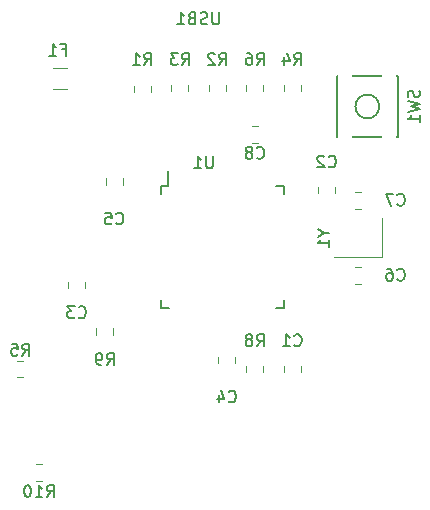
<source format=gbr>
G04 #@! TF.GenerationSoftware,KiCad,Pcbnew,(5.1.5)-3*
G04 #@! TF.CreationDate,2020-05-08T22:50:54-04:00*
G04 #@! TF.ProjectId,metropolislefty,6d657472-6f70-46f6-9c69-736c65667479,rev?*
G04 #@! TF.SameCoordinates,Original*
G04 #@! TF.FileFunction,Legend,Bot*
G04 #@! TF.FilePolarity,Positive*
%FSLAX46Y46*%
G04 Gerber Fmt 4.6, Leading zero omitted, Abs format (unit mm)*
G04 Created by KiCad (PCBNEW (5.1.5)-3) date 2020-05-08 22:50:54*
%MOMM*%
%LPD*%
G04 APERTURE LIST*
%ADD10C,0.120000*%
%ADD11C,0.150000*%
%ADD12C,0.100000*%
%ADD13R,0.702000X1.552000*%
%ADD14R,0.402000X1.552000*%
%ADD15C,0.752000*%
%ADD16O,1.702000X1.702000*%
%ADD17R,1.702000X1.702000*%
%ADD18R,2.102000X2.102000*%
%ADD19C,2.102000*%
%ADD20R,3.302000X2.102000*%
%ADD21R,1.602000X0.652000*%
%ADD22R,0.652000X1.602000*%
%ADD23C,1.852000*%
%ADD24R,2.007000X2.007000*%
%ADD25C,2.007000*%
%ADD26C,2.352000*%
%ADD27C,4.089800*%
%ADD28C,2.352000*%
%ADD29R,1.502000X1.302000*%
%ADD30R,1.202000X1.902000*%
G04 APERTURE END LIST*
D10*
X92510000Y-94941422D02*
X92510000Y-95458578D01*
X91090000Y-94941422D02*
X91090000Y-95458578D01*
X83260000Y-86777328D02*
X83260000Y-86260172D01*
X81840000Y-86777328D02*
X81840000Y-86260172D01*
X86435000Y-86260172D02*
X86435000Y-86777328D01*
X85015000Y-86260172D02*
X85015000Y-86777328D01*
X75490000Y-86921078D02*
X75490000Y-86403922D01*
X76910000Y-86921078D02*
X76910000Y-86403922D01*
X67210172Y-118352500D02*
X67727328Y-118352500D01*
X67210172Y-119772500D02*
X67727328Y-119772500D01*
X73735000Y-106897672D02*
X73735000Y-107414828D01*
X72315000Y-106897672D02*
X72315000Y-107414828D01*
X85015000Y-110589828D02*
X85015000Y-110072672D01*
X86435000Y-110589828D02*
X86435000Y-110072672D01*
X88190000Y-110589828D02*
X88190000Y-110072672D01*
X89610000Y-110589828D02*
X89610000Y-110072672D01*
X82633750Y-109796078D02*
X82633750Y-109278922D01*
X84053750Y-109796078D02*
X84053750Y-109278922D01*
X74528750Y-94197672D02*
X74528750Y-94714828D01*
X73108750Y-94197672D02*
X73108750Y-94714828D01*
D11*
X78400000Y-94837500D02*
X78400000Y-93562500D01*
X77825000Y-105187500D02*
X77825000Y-104512500D01*
X88175000Y-105187500D02*
X88175000Y-104512500D01*
X88175000Y-94837500D02*
X88175000Y-95512500D01*
X77825000Y-94837500D02*
X77825000Y-95512500D01*
X88175000Y-94837500D02*
X87500000Y-94837500D01*
X88175000Y-105187500D02*
X87500000Y-105187500D01*
X77825000Y-105187500D02*
X78500000Y-105187500D01*
X77825000Y-94837500D02*
X78400000Y-94837500D01*
D10*
X96456250Y-100868750D02*
X92456250Y-100868750D01*
X96456250Y-97568750D02*
X96456250Y-100868750D01*
D11*
X92650000Y-85506250D02*
X92650000Y-90706250D01*
X92650000Y-90706250D02*
X97850000Y-90706250D01*
X97850000Y-90706250D02*
X97850000Y-85506250D01*
X97850000Y-85506250D02*
X92650000Y-85506250D01*
X96250000Y-88106250D02*
G75*
G03X96250000Y-88106250I-1000000J0D01*
G01*
D10*
X65622672Y-109621250D02*
X66139828Y-109621250D01*
X65622672Y-111041250D02*
X66139828Y-111041250D01*
X89610000Y-86260172D02*
X89610000Y-86777328D01*
X88190000Y-86260172D02*
X88190000Y-86777328D01*
X80085000Y-86777328D02*
X80085000Y-86260172D01*
X78665000Y-86777328D02*
X78665000Y-86260172D01*
X69845814Y-86635000D02*
X68641686Y-86635000D01*
X69845814Y-84815000D02*
X68641686Y-84815000D01*
X85983578Y-91197500D02*
X85466422Y-91197500D01*
X85983578Y-89777500D02*
X85466422Y-89777500D01*
X94714828Y-96753750D02*
X94197672Y-96753750D01*
X94714828Y-95333750D02*
X94197672Y-95333750D01*
X94197672Y-101683750D02*
X94714828Y-101683750D01*
X94197672Y-103103750D02*
X94714828Y-103103750D01*
X69933750Y-103446078D02*
X69933750Y-102928922D01*
X71353750Y-103446078D02*
X71353750Y-102928922D01*
D11*
X91966666Y-93175892D02*
X92014285Y-93223511D01*
X92157142Y-93271130D01*
X92252380Y-93271130D01*
X92395238Y-93223511D01*
X92490476Y-93128273D01*
X92538095Y-93033035D01*
X92585714Y-92842559D01*
X92585714Y-92699702D01*
X92538095Y-92509226D01*
X92490476Y-92413988D01*
X92395238Y-92318750D01*
X92252380Y-92271130D01*
X92157142Y-92271130D01*
X92014285Y-92318750D01*
X91966666Y-92366369D01*
X91585714Y-92366369D02*
X91538095Y-92318750D01*
X91442857Y-92271130D01*
X91204761Y-92271130D01*
X91109523Y-92318750D01*
X91061904Y-92366369D01*
X91014285Y-92461607D01*
X91014285Y-92556845D01*
X91061904Y-92699702D01*
X91633333Y-93271130D01*
X91014285Y-93271130D01*
X82716666Y-84589880D02*
X83050000Y-84113690D01*
X83288095Y-84589880D02*
X83288095Y-83589880D01*
X82907142Y-83589880D01*
X82811904Y-83637500D01*
X82764285Y-83685119D01*
X82716666Y-83780357D01*
X82716666Y-83923214D01*
X82764285Y-84018452D01*
X82811904Y-84066071D01*
X82907142Y-84113690D01*
X83288095Y-84113690D01*
X82335714Y-83685119D02*
X82288095Y-83637500D01*
X82192857Y-83589880D01*
X81954761Y-83589880D01*
X81859523Y-83637500D01*
X81811904Y-83685119D01*
X81764285Y-83780357D01*
X81764285Y-83875595D01*
X81811904Y-84018452D01*
X82383333Y-84589880D01*
X81764285Y-84589880D01*
X82700595Y-80139880D02*
X82700595Y-80949404D01*
X82652976Y-81044642D01*
X82605357Y-81092261D01*
X82510119Y-81139880D01*
X82319642Y-81139880D01*
X82224404Y-81092261D01*
X82176785Y-81044642D01*
X82129166Y-80949404D01*
X82129166Y-80139880D01*
X81700595Y-81092261D02*
X81557738Y-81139880D01*
X81319642Y-81139880D01*
X81224404Y-81092261D01*
X81176785Y-81044642D01*
X81129166Y-80949404D01*
X81129166Y-80854166D01*
X81176785Y-80758928D01*
X81224404Y-80711309D01*
X81319642Y-80663690D01*
X81510119Y-80616071D01*
X81605357Y-80568452D01*
X81652976Y-80520833D01*
X81700595Y-80425595D01*
X81700595Y-80330357D01*
X81652976Y-80235119D01*
X81605357Y-80187500D01*
X81510119Y-80139880D01*
X81272023Y-80139880D01*
X81129166Y-80187500D01*
X80367261Y-80616071D02*
X80224404Y-80663690D01*
X80176785Y-80711309D01*
X80129166Y-80806547D01*
X80129166Y-80949404D01*
X80176785Y-81044642D01*
X80224404Y-81092261D01*
X80319642Y-81139880D01*
X80700595Y-81139880D01*
X80700595Y-80139880D01*
X80367261Y-80139880D01*
X80272023Y-80187500D01*
X80224404Y-80235119D01*
X80176785Y-80330357D01*
X80176785Y-80425595D01*
X80224404Y-80520833D01*
X80272023Y-80568452D01*
X80367261Y-80616071D01*
X80700595Y-80616071D01*
X79176785Y-81139880D02*
X79748214Y-81139880D01*
X79462500Y-81139880D02*
X79462500Y-80139880D01*
X79557738Y-80282738D01*
X79652976Y-80377976D01*
X79748214Y-80425595D01*
X85891666Y-84589880D02*
X86225000Y-84113690D01*
X86463095Y-84589880D02*
X86463095Y-83589880D01*
X86082142Y-83589880D01*
X85986904Y-83637500D01*
X85939285Y-83685119D01*
X85891666Y-83780357D01*
X85891666Y-83923214D01*
X85939285Y-84018452D01*
X85986904Y-84066071D01*
X86082142Y-84113690D01*
X86463095Y-84113690D01*
X85034523Y-83589880D02*
X85225000Y-83589880D01*
X85320238Y-83637500D01*
X85367857Y-83685119D01*
X85463095Y-83827976D01*
X85510714Y-84018452D01*
X85510714Y-84399404D01*
X85463095Y-84494642D01*
X85415476Y-84542261D01*
X85320238Y-84589880D01*
X85129761Y-84589880D01*
X85034523Y-84542261D01*
X84986904Y-84494642D01*
X84939285Y-84399404D01*
X84939285Y-84161309D01*
X84986904Y-84066071D01*
X85034523Y-84018452D01*
X85129761Y-83970833D01*
X85320238Y-83970833D01*
X85415476Y-84018452D01*
X85463095Y-84066071D01*
X85510714Y-84161309D01*
X76366666Y-84589880D02*
X76700000Y-84113690D01*
X76938095Y-84589880D02*
X76938095Y-83589880D01*
X76557142Y-83589880D01*
X76461904Y-83637500D01*
X76414285Y-83685119D01*
X76366666Y-83780357D01*
X76366666Y-83923214D01*
X76414285Y-84018452D01*
X76461904Y-84066071D01*
X76557142Y-84113690D01*
X76938095Y-84113690D01*
X75414285Y-84589880D02*
X75985714Y-84589880D01*
X75700000Y-84589880D02*
X75700000Y-83589880D01*
X75795238Y-83732738D01*
X75890476Y-83827976D01*
X75985714Y-83875595D01*
X68111607Y-121164880D02*
X68444940Y-120688690D01*
X68683035Y-121164880D02*
X68683035Y-120164880D01*
X68302083Y-120164880D01*
X68206845Y-120212500D01*
X68159226Y-120260119D01*
X68111607Y-120355357D01*
X68111607Y-120498214D01*
X68159226Y-120593452D01*
X68206845Y-120641071D01*
X68302083Y-120688690D01*
X68683035Y-120688690D01*
X67159226Y-121164880D02*
X67730654Y-121164880D01*
X67444940Y-121164880D02*
X67444940Y-120164880D01*
X67540178Y-120307738D01*
X67635416Y-120402976D01*
X67730654Y-120450595D01*
X66540178Y-120164880D02*
X66444940Y-120164880D01*
X66349702Y-120212500D01*
X66302083Y-120260119D01*
X66254464Y-120355357D01*
X66206845Y-120545833D01*
X66206845Y-120783928D01*
X66254464Y-120974404D01*
X66302083Y-121069642D01*
X66349702Y-121117261D01*
X66444940Y-121164880D01*
X66540178Y-121164880D01*
X66635416Y-121117261D01*
X66683035Y-121069642D01*
X66730654Y-120974404D01*
X66778273Y-120783928D01*
X66778273Y-120545833D01*
X66730654Y-120355357D01*
X66683035Y-120260119D01*
X66635416Y-120212500D01*
X66540178Y-120164880D01*
X73191666Y-109989880D02*
X73525000Y-109513690D01*
X73763095Y-109989880D02*
X73763095Y-108989880D01*
X73382142Y-108989880D01*
X73286904Y-109037500D01*
X73239285Y-109085119D01*
X73191666Y-109180357D01*
X73191666Y-109323214D01*
X73239285Y-109418452D01*
X73286904Y-109466071D01*
X73382142Y-109513690D01*
X73763095Y-109513690D01*
X72715476Y-109989880D02*
X72525000Y-109989880D01*
X72429761Y-109942261D01*
X72382142Y-109894642D01*
X72286904Y-109751785D01*
X72239285Y-109561309D01*
X72239285Y-109180357D01*
X72286904Y-109085119D01*
X72334523Y-109037500D01*
X72429761Y-108989880D01*
X72620238Y-108989880D01*
X72715476Y-109037500D01*
X72763095Y-109085119D01*
X72810714Y-109180357D01*
X72810714Y-109418452D01*
X72763095Y-109513690D01*
X72715476Y-109561309D01*
X72620238Y-109608928D01*
X72429761Y-109608928D01*
X72334523Y-109561309D01*
X72286904Y-109513690D01*
X72239285Y-109418452D01*
X85891666Y-108402380D02*
X86225000Y-107926190D01*
X86463095Y-108402380D02*
X86463095Y-107402380D01*
X86082142Y-107402380D01*
X85986904Y-107450000D01*
X85939285Y-107497619D01*
X85891666Y-107592857D01*
X85891666Y-107735714D01*
X85939285Y-107830952D01*
X85986904Y-107878571D01*
X86082142Y-107926190D01*
X86463095Y-107926190D01*
X85320238Y-107830952D02*
X85415476Y-107783333D01*
X85463095Y-107735714D01*
X85510714Y-107640476D01*
X85510714Y-107592857D01*
X85463095Y-107497619D01*
X85415476Y-107450000D01*
X85320238Y-107402380D01*
X85129761Y-107402380D01*
X85034523Y-107450000D01*
X84986904Y-107497619D01*
X84939285Y-107592857D01*
X84939285Y-107640476D01*
X84986904Y-107735714D01*
X85034523Y-107783333D01*
X85129761Y-107830952D01*
X85320238Y-107830952D01*
X85415476Y-107878571D01*
X85463095Y-107926190D01*
X85510714Y-108021428D01*
X85510714Y-108211904D01*
X85463095Y-108307142D01*
X85415476Y-108354761D01*
X85320238Y-108402380D01*
X85129761Y-108402380D01*
X85034523Y-108354761D01*
X84986904Y-108307142D01*
X84939285Y-108211904D01*
X84939285Y-108021428D01*
X84986904Y-107926190D01*
X85034523Y-107878571D01*
X85129761Y-107830952D01*
X89066666Y-108307142D02*
X89114285Y-108354761D01*
X89257142Y-108402380D01*
X89352380Y-108402380D01*
X89495238Y-108354761D01*
X89590476Y-108259523D01*
X89638095Y-108164285D01*
X89685714Y-107973809D01*
X89685714Y-107830952D01*
X89638095Y-107640476D01*
X89590476Y-107545238D01*
X89495238Y-107450000D01*
X89352380Y-107402380D01*
X89257142Y-107402380D01*
X89114285Y-107450000D01*
X89066666Y-107497619D01*
X88114285Y-108402380D02*
X88685714Y-108402380D01*
X88400000Y-108402380D02*
X88400000Y-107402380D01*
X88495238Y-107545238D01*
X88590476Y-107640476D01*
X88685714Y-107688095D01*
X83510416Y-113069642D02*
X83558035Y-113117261D01*
X83700892Y-113164880D01*
X83796130Y-113164880D01*
X83938988Y-113117261D01*
X84034226Y-113022023D01*
X84081845Y-112926785D01*
X84129464Y-112736309D01*
X84129464Y-112593452D01*
X84081845Y-112402976D01*
X84034226Y-112307738D01*
X83938988Y-112212500D01*
X83796130Y-112164880D01*
X83700892Y-112164880D01*
X83558035Y-112212500D01*
X83510416Y-112260119D01*
X82653273Y-112498214D02*
X82653273Y-113164880D01*
X82891369Y-112117261D02*
X83129464Y-112831547D01*
X82510416Y-112831547D01*
X73985416Y-97988392D02*
X74033035Y-98036011D01*
X74175892Y-98083630D01*
X74271130Y-98083630D01*
X74413988Y-98036011D01*
X74509226Y-97940773D01*
X74556845Y-97845535D01*
X74604464Y-97655059D01*
X74604464Y-97512202D01*
X74556845Y-97321726D01*
X74509226Y-97226488D01*
X74413988Y-97131250D01*
X74271130Y-97083630D01*
X74175892Y-97083630D01*
X74033035Y-97131250D01*
X73985416Y-97178869D01*
X73080654Y-97083630D02*
X73556845Y-97083630D01*
X73604464Y-97559821D01*
X73556845Y-97512202D01*
X73461607Y-97464583D01*
X73223511Y-97464583D01*
X73128273Y-97512202D01*
X73080654Y-97559821D01*
X73033035Y-97655059D01*
X73033035Y-97893154D01*
X73080654Y-97988392D01*
X73128273Y-98036011D01*
X73223511Y-98083630D01*
X73461607Y-98083630D01*
X73556845Y-98036011D01*
X73604464Y-97988392D01*
X82174404Y-92321130D02*
X82174404Y-93130654D01*
X82126785Y-93225892D01*
X82079166Y-93273511D01*
X81983928Y-93321130D01*
X81793452Y-93321130D01*
X81698214Y-93273511D01*
X81650595Y-93225892D01*
X81602976Y-93130654D01*
X81602976Y-92321130D01*
X80602976Y-93321130D02*
X81174404Y-93321130D01*
X80888690Y-93321130D02*
X80888690Y-92321130D01*
X80983928Y-92463988D01*
X81079166Y-92559226D01*
X81174404Y-92606845D01*
X91563690Y-98798809D02*
X92039880Y-98798809D01*
X91039880Y-98465476D02*
X91563690Y-98798809D01*
X91039880Y-99132142D01*
X92039880Y-99989285D02*
X92039880Y-99417857D01*
X92039880Y-99703571D02*
X91039880Y-99703571D01*
X91182738Y-99608333D01*
X91277976Y-99513095D01*
X91325595Y-99417857D01*
X99623511Y-86772916D02*
X99671130Y-86915773D01*
X99671130Y-87153869D01*
X99623511Y-87249107D01*
X99575892Y-87296726D01*
X99480654Y-87344345D01*
X99385416Y-87344345D01*
X99290178Y-87296726D01*
X99242559Y-87249107D01*
X99194940Y-87153869D01*
X99147321Y-86963392D01*
X99099702Y-86868154D01*
X99052083Y-86820535D01*
X98956845Y-86772916D01*
X98861607Y-86772916D01*
X98766369Y-86820535D01*
X98718750Y-86868154D01*
X98671130Y-86963392D01*
X98671130Y-87201488D01*
X98718750Y-87344345D01*
X98671130Y-87677678D02*
X99671130Y-87915773D01*
X98956845Y-88106250D01*
X99671130Y-88296726D01*
X98671130Y-88534821D01*
X99671130Y-89439583D02*
X99671130Y-88868154D01*
X99671130Y-89153869D02*
X98671130Y-89153869D01*
X98813988Y-89058630D01*
X98909226Y-88963392D01*
X98956845Y-88868154D01*
X66047916Y-109196130D02*
X66381250Y-108719940D01*
X66619345Y-109196130D02*
X66619345Y-108196130D01*
X66238392Y-108196130D01*
X66143154Y-108243750D01*
X66095535Y-108291369D01*
X66047916Y-108386607D01*
X66047916Y-108529464D01*
X66095535Y-108624702D01*
X66143154Y-108672321D01*
X66238392Y-108719940D01*
X66619345Y-108719940D01*
X65143154Y-108196130D02*
X65619345Y-108196130D01*
X65666964Y-108672321D01*
X65619345Y-108624702D01*
X65524107Y-108577083D01*
X65286011Y-108577083D01*
X65190773Y-108624702D01*
X65143154Y-108672321D01*
X65095535Y-108767559D01*
X65095535Y-109005654D01*
X65143154Y-109100892D01*
X65190773Y-109148511D01*
X65286011Y-109196130D01*
X65524107Y-109196130D01*
X65619345Y-109148511D01*
X65666964Y-109100892D01*
X89066666Y-84589880D02*
X89400000Y-84113690D01*
X89638095Y-84589880D02*
X89638095Y-83589880D01*
X89257142Y-83589880D01*
X89161904Y-83637500D01*
X89114285Y-83685119D01*
X89066666Y-83780357D01*
X89066666Y-83923214D01*
X89114285Y-84018452D01*
X89161904Y-84066071D01*
X89257142Y-84113690D01*
X89638095Y-84113690D01*
X88209523Y-83923214D02*
X88209523Y-84589880D01*
X88447619Y-83542261D02*
X88685714Y-84256547D01*
X88066666Y-84256547D01*
X79541666Y-84589880D02*
X79875000Y-84113690D01*
X80113095Y-84589880D02*
X80113095Y-83589880D01*
X79732142Y-83589880D01*
X79636904Y-83637500D01*
X79589285Y-83685119D01*
X79541666Y-83780357D01*
X79541666Y-83923214D01*
X79589285Y-84018452D01*
X79636904Y-84066071D01*
X79732142Y-84113690D01*
X80113095Y-84113690D01*
X79208333Y-83589880D02*
X78589285Y-83589880D01*
X78922619Y-83970833D01*
X78779761Y-83970833D01*
X78684523Y-84018452D01*
X78636904Y-84066071D01*
X78589285Y-84161309D01*
X78589285Y-84399404D01*
X78636904Y-84494642D01*
X78684523Y-84542261D01*
X78779761Y-84589880D01*
X79065476Y-84589880D01*
X79160714Y-84542261D01*
X79208333Y-84494642D01*
X69389583Y-83272321D02*
X69722916Y-83272321D01*
X69722916Y-83796130D02*
X69722916Y-82796130D01*
X69246726Y-82796130D01*
X68341964Y-83796130D02*
X68913392Y-83796130D01*
X68627678Y-83796130D02*
X68627678Y-82796130D01*
X68722916Y-82938988D01*
X68818154Y-83034226D01*
X68913392Y-83081845D01*
X85891666Y-92432142D02*
X85939285Y-92479761D01*
X86082142Y-92527380D01*
X86177380Y-92527380D01*
X86320238Y-92479761D01*
X86415476Y-92384523D01*
X86463095Y-92289285D01*
X86510714Y-92098809D01*
X86510714Y-91955952D01*
X86463095Y-91765476D01*
X86415476Y-91670238D01*
X86320238Y-91575000D01*
X86177380Y-91527380D01*
X86082142Y-91527380D01*
X85939285Y-91575000D01*
X85891666Y-91622619D01*
X85320238Y-91955952D02*
X85415476Y-91908333D01*
X85463095Y-91860714D01*
X85510714Y-91765476D01*
X85510714Y-91717857D01*
X85463095Y-91622619D01*
X85415476Y-91575000D01*
X85320238Y-91527380D01*
X85129761Y-91527380D01*
X85034523Y-91575000D01*
X84986904Y-91622619D01*
X84939285Y-91717857D01*
X84939285Y-91765476D01*
X84986904Y-91860714D01*
X85034523Y-91908333D01*
X85129761Y-91955952D01*
X85320238Y-91955952D01*
X85415476Y-92003571D01*
X85463095Y-92051190D01*
X85510714Y-92146428D01*
X85510714Y-92336904D01*
X85463095Y-92432142D01*
X85415476Y-92479761D01*
X85320238Y-92527380D01*
X85129761Y-92527380D01*
X85034523Y-92479761D01*
X84986904Y-92432142D01*
X84939285Y-92336904D01*
X84939285Y-92146428D01*
X84986904Y-92051190D01*
X85034523Y-92003571D01*
X85129761Y-91955952D01*
X97797916Y-96400892D02*
X97845535Y-96448511D01*
X97988392Y-96496130D01*
X98083630Y-96496130D01*
X98226488Y-96448511D01*
X98321726Y-96353273D01*
X98369345Y-96258035D01*
X98416964Y-96067559D01*
X98416964Y-95924702D01*
X98369345Y-95734226D01*
X98321726Y-95638988D01*
X98226488Y-95543750D01*
X98083630Y-95496130D01*
X97988392Y-95496130D01*
X97845535Y-95543750D01*
X97797916Y-95591369D01*
X97464583Y-95496130D02*
X96797916Y-95496130D01*
X97226488Y-96496130D01*
X97797916Y-102750892D02*
X97845535Y-102798511D01*
X97988392Y-102846130D01*
X98083630Y-102846130D01*
X98226488Y-102798511D01*
X98321726Y-102703273D01*
X98369345Y-102608035D01*
X98416964Y-102417559D01*
X98416964Y-102274702D01*
X98369345Y-102084226D01*
X98321726Y-101988988D01*
X98226488Y-101893750D01*
X98083630Y-101846130D01*
X97988392Y-101846130D01*
X97845535Y-101893750D01*
X97797916Y-101941369D01*
X96940773Y-101846130D02*
X97131250Y-101846130D01*
X97226488Y-101893750D01*
X97274107Y-101941369D01*
X97369345Y-102084226D01*
X97416964Y-102274702D01*
X97416964Y-102655654D01*
X97369345Y-102750892D01*
X97321726Y-102798511D01*
X97226488Y-102846130D01*
X97036011Y-102846130D01*
X96940773Y-102798511D01*
X96893154Y-102750892D01*
X96845535Y-102655654D01*
X96845535Y-102417559D01*
X96893154Y-102322321D01*
X96940773Y-102274702D01*
X97036011Y-102227083D01*
X97226488Y-102227083D01*
X97321726Y-102274702D01*
X97369345Y-102322321D01*
X97416964Y-102417559D01*
X70810416Y-105925892D02*
X70858035Y-105973511D01*
X71000892Y-106021130D01*
X71096130Y-106021130D01*
X71238988Y-105973511D01*
X71334226Y-105878273D01*
X71381845Y-105783035D01*
X71429464Y-105592559D01*
X71429464Y-105449702D01*
X71381845Y-105259226D01*
X71334226Y-105163988D01*
X71238988Y-105068750D01*
X71096130Y-105021130D01*
X71000892Y-105021130D01*
X70858035Y-105068750D01*
X70810416Y-105116369D01*
X70477083Y-105021130D02*
X69858035Y-105021130D01*
X70191369Y-105402083D01*
X70048511Y-105402083D01*
X69953273Y-105449702D01*
X69905654Y-105497321D01*
X69858035Y-105592559D01*
X69858035Y-105830654D01*
X69905654Y-105925892D01*
X69953273Y-105973511D01*
X70048511Y-106021130D01*
X70334226Y-106021130D01*
X70429464Y-105973511D01*
X70477083Y-105925892D01*
%LPC*%
D12*
G36*
X92308141Y-95600297D02*
G01*
X92334278Y-95604174D01*
X92359909Y-95610594D01*
X92384788Y-95619495D01*
X92408674Y-95630793D01*
X92431337Y-95644377D01*
X92452560Y-95660117D01*
X92472139Y-95677861D01*
X92489883Y-95697440D01*
X92505623Y-95718663D01*
X92519207Y-95741326D01*
X92530505Y-95765212D01*
X92539406Y-95790091D01*
X92545826Y-95815722D01*
X92549703Y-95841859D01*
X92551000Y-95868250D01*
X92551000Y-96406750D01*
X92549703Y-96433141D01*
X92545826Y-96459278D01*
X92539406Y-96484909D01*
X92530505Y-96509788D01*
X92519207Y-96533674D01*
X92505623Y-96556337D01*
X92489883Y-96577560D01*
X92472139Y-96597139D01*
X92452560Y-96614883D01*
X92431337Y-96630623D01*
X92408674Y-96644207D01*
X92384788Y-96655505D01*
X92359909Y-96664406D01*
X92334278Y-96670826D01*
X92308141Y-96674703D01*
X92281750Y-96676000D01*
X91318250Y-96676000D01*
X91291859Y-96674703D01*
X91265722Y-96670826D01*
X91240091Y-96664406D01*
X91215212Y-96655505D01*
X91191326Y-96644207D01*
X91168663Y-96630623D01*
X91147440Y-96614883D01*
X91127861Y-96597139D01*
X91110117Y-96577560D01*
X91094377Y-96556337D01*
X91080793Y-96533674D01*
X91069495Y-96509788D01*
X91060594Y-96484909D01*
X91054174Y-96459278D01*
X91050297Y-96433141D01*
X91049000Y-96406750D01*
X91049000Y-95868250D01*
X91050297Y-95841859D01*
X91054174Y-95815722D01*
X91060594Y-95790091D01*
X91069495Y-95765212D01*
X91080793Y-95741326D01*
X91094377Y-95718663D01*
X91110117Y-95697440D01*
X91127861Y-95677861D01*
X91147440Y-95660117D01*
X91168663Y-95644377D01*
X91191326Y-95630793D01*
X91215212Y-95619495D01*
X91240091Y-95610594D01*
X91265722Y-95604174D01*
X91291859Y-95600297D01*
X91318250Y-95599000D01*
X92281750Y-95599000D01*
X92308141Y-95600297D01*
G37*
G36*
X92308141Y-93725297D02*
G01*
X92334278Y-93729174D01*
X92359909Y-93735594D01*
X92384788Y-93744495D01*
X92408674Y-93755793D01*
X92431337Y-93769377D01*
X92452560Y-93785117D01*
X92472139Y-93802861D01*
X92489883Y-93822440D01*
X92505623Y-93843663D01*
X92519207Y-93866326D01*
X92530505Y-93890212D01*
X92539406Y-93915091D01*
X92545826Y-93940722D01*
X92549703Y-93966859D01*
X92551000Y-93993250D01*
X92551000Y-94531750D01*
X92549703Y-94558141D01*
X92545826Y-94584278D01*
X92539406Y-94609909D01*
X92530505Y-94634788D01*
X92519207Y-94658674D01*
X92505623Y-94681337D01*
X92489883Y-94702560D01*
X92472139Y-94722139D01*
X92452560Y-94739883D01*
X92431337Y-94755623D01*
X92408674Y-94769207D01*
X92384788Y-94780505D01*
X92359909Y-94789406D01*
X92334278Y-94795826D01*
X92308141Y-94799703D01*
X92281750Y-94801000D01*
X91318250Y-94801000D01*
X91291859Y-94799703D01*
X91265722Y-94795826D01*
X91240091Y-94789406D01*
X91215212Y-94780505D01*
X91191326Y-94769207D01*
X91168663Y-94755623D01*
X91147440Y-94739883D01*
X91127861Y-94722139D01*
X91110117Y-94702560D01*
X91094377Y-94681337D01*
X91080793Y-94658674D01*
X91069495Y-94634788D01*
X91060594Y-94609909D01*
X91054174Y-94584278D01*
X91050297Y-94558141D01*
X91049000Y-94531750D01*
X91049000Y-93993250D01*
X91050297Y-93966859D01*
X91054174Y-93940722D01*
X91060594Y-93915091D01*
X91069495Y-93890212D01*
X91080793Y-93866326D01*
X91094377Y-93843663D01*
X91110117Y-93822440D01*
X91127861Y-93802861D01*
X91147440Y-93785117D01*
X91168663Y-93769377D01*
X91191326Y-93755793D01*
X91215212Y-93744495D01*
X91240091Y-93735594D01*
X91265722Y-93729174D01*
X91291859Y-93725297D01*
X91318250Y-93724000D01*
X92281750Y-93724000D01*
X92308141Y-93725297D01*
G37*
G36*
X83058141Y-86919047D02*
G01*
X83084278Y-86922924D01*
X83109909Y-86929344D01*
X83134788Y-86938245D01*
X83158674Y-86949543D01*
X83181337Y-86963127D01*
X83202560Y-86978867D01*
X83222139Y-86996611D01*
X83239883Y-87016190D01*
X83255623Y-87037413D01*
X83269207Y-87060076D01*
X83280505Y-87083962D01*
X83289406Y-87108841D01*
X83295826Y-87134472D01*
X83299703Y-87160609D01*
X83301000Y-87187000D01*
X83301000Y-87725500D01*
X83299703Y-87751891D01*
X83295826Y-87778028D01*
X83289406Y-87803659D01*
X83280505Y-87828538D01*
X83269207Y-87852424D01*
X83255623Y-87875087D01*
X83239883Y-87896310D01*
X83222139Y-87915889D01*
X83202560Y-87933633D01*
X83181337Y-87949373D01*
X83158674Y-87962957D01*
X83134788Y-87974255D01*
X83109909Y-87983156D01*
X83084278Y-87989576D01*
X83058141Y-87993453D01*
X83031750Y-87994750D01*
X82068250Y-87994750D01*
X82041859Y-87993453D01*
X82015722Y-87989576D01*
X81990091Y-87983156D01*
X81965212Y-87974255D01*
X81941326Y-87962957D01*
X81918663Y-87949373D01*
X81897440Y-87933633D01*
X81877861Y-87915889D01*
X81860117Y-87896310D01*
X81844377Y-87875087D01*
X81830793Y-87852424D01*
X81819495Y-87828538D01*
X81810594Y-87803659D01*
X81804174Y-87778028D01*
X81800297Y-87751891D01*
X81799000Y-87725500D01*
X81799000Y-87187000D01*
X81800297Y-87160609D01*
X81804174Y-87134472D01*
X81810594Y-87108841D01*
X81819495Y-87083962D01*
X81830793Y-87060076D01*
X81844377Y-87037413D01*
X81860117Y-87016190D01*
X81877861Y-86996611D01*
X81897440Y-86978867D01*
X81918663Y-86963127D01*
X81941326Y-86949543D01*
X81965212Y-86938245D01*
X81990091Y-86929344D01*
X82015722Y-86922924D01*
X82041859Y-86919047D01*
X82068250Y-86917750D01*
X83031750Y-86917750D01*
X83058141Y-86919047D01*
G37*
G36*
X83058141Y-85044047D02*
G01*
X83084278Y-85047924D01*
X83109909Y-85054344D01*
X83134788Y-85063245D01*
X83158674Y-85074543D01*
X83181337Y-85088127D01*
X83202560Y-85103867D01*
X83222139Y-85121611D01*
X83239883Y-85141190D01*
X83255623Y-85162413D01*
X83269207Y-85185076D01*
X83280505Y-85208962D01*
X83289406Y-85233841D01*
X83295826Y-85259472D01*
X83299703Y-85285609D01*
X83301000Y-85312000D01*
X83301000Y-85850500D01*
X83299703Y-85876891D01*
X83295826Y-85903028D01*
X83289406Y-85928659D01*
X83280505Y-85953538D01*
X83269207Y-85977424D01*
X83255623Y-86000087D01*
X83239883Y-86021310D01*
X83222139Y-86040889D01*
X83202560Y-86058633D01*
X83181337Y-86074373D01*
X83158674Y-86087957D01*
X83134788Y-86099255D01*
X83109909Y-86108156D01*
X83084278Y-86114576D01*
X83058141Y-86118453D01*
X83031750Y-86119750D01*
X82068250Y-86119750D01*
X82041859Y-86118453D01*
X82015722Y-86114576D01*
X81990091Y-86108156D01*
X81965212Y-86099255D01*
X81941326Y-86087957D01*
X81918663Y-86074373D01*
X81897440Y-86058633D01*
X81877861Y-86040889D01*
X81860117Y-86021310D01*
X81844377Y-86000087D01*
X81830793Y-85977424D01*
X81819495Y-85953538D01*
X81810594Y-85928659D01*
X81804174Y-85903028D01*
X81800297Y-85876891D01*
X81799000Y-85850500D01*
X81799000Y-85312000D01*
X81800297Y-85285609D01*
X81804174Y-85259472D01*
X81810594Y-85233841D01*
X81819495Y-85208962D01*
X81830793Y-85185076D01*
X81844377Y-85162413D01*
X81860117Y-85141190D01*
X81877861Y-85121611D01*
X81897440Y-85103867D01*
X81918663Y-85088127D01*
X81941326Y-85074543D01*
X81965212Y-85063245D01*
X81990091Y-85054344D01*
X82015722Y-85047924D01*
X82041859Y-85044047D01*
X82068250Y-85042750D01*
X83031750Y-85042750D01*
X83058141Y-85044047D01*
G37*
D13*
X84187500Y-79132500D03*
X77737500Y-79132500D03*
X83412500Y-79132500D03*
X78512500Y-79132500D03*
D14*
X79212500Y-79132500D03*
X82712500Y-79132500D03*
X79712500Y-79132500D03*
X82212500Y-79132500D03*
X80212500Y-79132500D03*
X81712500Y-79132500D03*
X81212500Y-79132500D03*
X80712500Y-79132500D03*
D15*
X83852500Y-77687500D03*
X78072500Y-77687500D03*
D12*
G36*
X86233141Y-86919047D02*
G01*
X86259278Y-86922924D01*
X86284909Y-86929344D01*
X86309788Y-86938245D01*
X86333674Y-86949543D01*
X86356337Y-86963127D01*
X86377560Y-86978867D01*
X86397139Y-86996611D01*
X86414883Y-87016190D01*
X86430623Y-87037413D01*
X86444207Y-87060076D01*
X86455505Y-87083962D01*
X86464406Y-87108841D01*
X86470826Y-87134472D01*
X86474703Y-87160609D01*
X86476000Y-87187000D01*
X86476000Y-87725500D01*
X86474703Y-87751891D01*
X86470826Y-87778028D01*
X86464406Y-87803659D01*
X86455505Y-87828538D01*
X86444207Y-87852424D01*
X86430623Y-87875087D01*
X86414883Y-87896310D01*
X86397139Y-87915889D01*
X86377560Y-87933633D01*
X86356337Y-87949373D01*
X86333674Y-87962957D01*
X86309788Y-87974255D01*
X86284909Y-87983156D01*
X86259278Y-87989576D01*
X86233141Y-87993453D01*
X86206750Y-87994750D01*
X85243250Y-87994750D01*
X85216859Y-87993453D01*
X85190722Y-87989576D01*
X85165091Y-87983156D01*
X85140212Y-87974255D01*
X85116326Y-87962957D01*
X85093663Y-87949373D01*
X85072440Y-87933633D01*
X85052861Y-87915889D01*
X85035117Y-87896310D01*
X85019377Y-87875087D01*
X85005793Y-87852424D01*
X84994495Y-87828538D01*
X84985594Y-87803659D01*
X84979174Y-87778028D01*
X84975297Y-87751891D01*
X84974000Y-87725500D01*
X84974000Y-87187000D01*
X84975297Y-87160609D01*
X84979174Y-87134472D01*
X84985594Y-87108841D01*
X84994495Y-87083962D01*
X85005793Y-87060076D01*
X85019377Y-87037413D01*
X85035117Y-87016190D01*
X85052861Y-86996611D01*
X85072440Y-86978867D01*
X85093663Y-86963127D01*
X85116326Y-86949543D01*
X85140212Y-86938245D01*
X85165091Y-86929344D01*
X85190722Y-86922924D01*
X85216859Y-86919047D01*
X85243250Y-86917750D01*
X86206750Y-86917750D01*
X86233141Y-86919047D01*
G37*
G36*
X86233141Y-85044047D02*
G01*
X86259278Y-85047924D01*
X86284909Y-85054344D01*
X86309788Y-85063245D01*
X86333674Y-85074543D01*
X86356337Y-85088127D01*
X86377560Y-85103867D01*
X86397139Y-85121611D01*
X86414883Y-85141190D01*
X86430623Y-85162413D01*
X86444207Y-85185076D01*
X86455505Y-85208962D01*
X86464406Y-85233841D01*
X86470826Y-85259472D01*
X86474703Y-85285609D01*
X86476000Y-85312000D01*
X86476000Y-85850500D01*
X86474703Y-85876891D01*
X86470826Y-85903028D01*
X86464406Y-85928659D01*
X86455505Y-85953538D01*
X86444207Y-85977424D01*
X86430623Y-86000087D01*
X86414883Y-86021310D01*
X86397139Y-86040889D01*
X86377560Y-86058633D01*
X86356337Y-86074373D01*
X86333674Y-86087957D01*
X86309788Y-86099255D01*
X86284909Y-86108156D01*
X86259278Y-86114576D01*
X86233141Y-86118453D01*
X86206750Y-86119750D01*
X85243250Y-86119750D01*
X85216859Y-86118453D01*
X85190722Y-86114576D01*
X85165091Y-86108156D01*
X85140212Y-86099255D01*
X85116326Y-86087957D01*
X85093663Y-86074373D01*
X85072440Y-86058633D01*
X85052861Y-86040889D01*
X85035117Y-86021310D01*
X85019377Y-86000087D01*
X85005793Y-85977424D01*
X84994495Y-85953538D01*
X84985594Y-85928659D01*
X84979174Y-85903028D01*
X84975297Y-85876891D01*
X84974000Y-85850500D01*
X84974000Y-85312000D01*
X84975297Y-85285609D01*
X84979174Y-85259472D01*
X84985594Y-85233841D01*
X84994495Y-85208962D01*
X85005793Y-85185076D01*
X85019377Y-85162413D01*
X85035117Y-85141190D01*
X85052861Y-85121611D01*
X85072440Y-85103867D01*
X85093663Y-85088127D01*
X85116326Y-85074543D01*
X85140212Y-85063245D01*
X85165091Y-85054344D01*
X85190722Y-85047924D01*
X85216859Y-85044047D01*
X85243250Y-85042750D01*
X86206750Y-85042750D01*
X86233141Y-85044047D01*
G37*
G36*
X76708141Y-85187797D02*
G01*
X76734278Y-85191674D01*
X76759909Y-85198094D01*
X76784788Y-85206995D01*
X76808674Y-85218293D01*
X76831337Y-85231877D01*
X76852560Y-85247617D01*
X76872139Y-85265361D01*
X76889883Y-85284940D01*
X76905623Y-85306163D01*
X76919207Y-85328826D01*
X76930505Y-85352712D01*
X76939406Y-85377591D01*
X76945826Y-85403222D01*
X76949703Y-85429359D01*
X76951000Y-85455750D01*
X76951000Y-85994250D01*
X76949703Y-86020641D01*
X76945826Y-86046778D01*
X76939406Y-86072409D01*
X76930505Y-86097288D01*
X76919207Y-86121174D01*
X76905623Y-86143837D01*
X76889883Y-86165060D01*
X76872139Y-86184639D01*
X76852560Y-86202383D01*
X76831337Y-86218123D01*
X76808674Y-86231707D01*
X76784788Y-86243005D01*
X76759909Y-86251906D01*
X76734278Y-86258326D01*
X76708141Y-86262203D01*
X76681750Y-86263500D01*
X75718250Y-86263500D01*
X75691859Y-86262203D01*
X75665722Y-86258326D01*
X75640091Y-86251906D01*
X75615212Y-86243005D01*
X75591326Y-86231707D01*
X75568663Y-86218123D01*
X75547440Y-86202383D01*
X75527861Y-86184639D01*
X75510117Y-86165060D01*
X75494377Y-86143837D01*
X75480793Y-86121174D01*
X75469495Y-86097288D01*
X75460594Y-86072409D01*
X75454174Y-86046778D01*
X75450297Y-86020641D01*
X75449000Y-85994250D01*
X75449000Y-85455750D01*
X75450297Y-85429359D01*
X75454174Y-85403222D01*
X75460594Y-85377591D01*
X75469495Y-85352712D01*
X75480793Y-85328826D01*
X75494377Y-85306163D01*
X75510117Y-85284940D01*
X75527861Y-85265361D01*
X75547440Y-85247617D01*
X75568663Y-85231877D01*
X75591326Y-85218293D01*
X75615212Y-85206995D01*
X75640091Y-85198094D01*
X75665722Y-85191674D01*
X75691859Y-85187797D01*
X75718250Y-85186500D01*
X76681750Y-85186500D01*
X76708141Y-85187797D01*
G37*
G36*
X76708141Y-87062797D02*
G01*
X76734278Y-87066674D01*
X76759909Y-87073094D01*
X76784788Y-87081995D01*
X76808674Y-87093293D01*
X76831337Y-87106877D01*
X76852560Y-87122617D01*
X76872139Y-87140361D01*
X76889883Y-87159940D01*
X76905623Y-87181163D01*
X76919207Y-87203826D01*
X76930505Y-87227712D01*
X76939406Y-87252591D01*
X76945826Y-87278222D01*
X76949703Y-87304359D01*
X76951000Y-87330750D01*
X76951000Y-87869250D01*
X76949703Y-87895641D01*
X76945826Y-87921778D01*
X76939406Y-87947409D01*
X76930505Y-87972288D01*
X76919207Y-87996174D01*
X76905623Y-88018837D01*
X76889883Y-88040060D01*
X76872139Y-88059639D01*
X76852560Y-88077383D01*
X76831337Y-88093123D01*
X76808674Y-88106707D01*
X76784788Y-88118005D01*
X76759909Y-88126906D01*
X76734278Y-88133326D01*
X76708141Y-88137203D01*
X76681750Y-88138500D01*
X75718250Y-88138500D01*
X75691859Y-88137203D01*
X75665722Y-88133326D01*
X75640091Y-88126906D01*
X75615212Y-88118005D01*
X75591326Y-88106707D01*
X75568663Y-88093123D01*
X75547440Y-88077383D01*
X75527861Y-88059639D01*
X75510117Y-88040060D01*
X75494377Y-88018837D01*
X75480793Y-87996174D01*
X75469495Y-87972288D01*
X75460594Y-87947409D01*
X75454174Y-87921778D01*
X75450297Y-87895641D01*
X75449000Y-87869250D01*
X75449000Y-87330750D01*
X75450297Y-87304359D01*
X75454174Y-87278222D01*
X75460594Y-87252591D01*
X75469495Y-87227712D01*
X75480793Y-87203826D01*
X75494377Y-87181163D01*
X75510117Y-87159940D01*
X75527861Y-87140361D01*
X75547440Y-87122617D01*
X75568663Y-87106877D01*
X75591326Y-87093293D01*
X75615212Y-87081995D01*
X75640091Y-87073094D01*
X75665722Y-87066674D01*
X75691859Y-87062797D01*
X75718250Y-87061500D01*
X76681750Y-87061500D01*
X76708141Y-87062797D01*
G37*
D16*
X96043750Y-122713750D03*
D17*
X96043750Y-115093750D03*
D16*
X92075000Y-122713750D03*
D17*
X92075000Y-115093750D03*
D16*
X95250000Y-74136250D03*
D17*
X95250000Y-81756250D03*
D16*
X91281250Y-74136250D03*
D17*
X91281250Y-81756250D03*
D18*
X73025000Y-115887500D03*
D19*
X73025000Y-118387500D03*
X73025000Y-120887500D03*
D20*
X80525000Y-112787500D03*
X80525000Y-123987500D03*
D19*
X87525000Y-115887500D03*
X87525000Y-120887500D03*
D12*
G36*
X68701891Y-118312797D02*
G01*
X68728028Y-118316674D01*
X68753659Y-118323094D01*
X68778538Y-118331995D01*
X68802424Y-118343293D01*
X68825087Y-118356877D01*
X68846310Y-118372617D01*
X68865889Y-118390361D01*
X68883633Y-118409940D01*
X68899373Y-118431163D01*
X68912957Y-118453826D01*
X68924255Y-118477712D01*
X68933156Y-118502591D01*
X68939576Y-118528222D01*
X68943453Y-118554359D01*
X68944750Y-118580750D01*
X68944750Y-119544250D01*
X68943453Y-119570641D01*
X68939576Y-119596778D01*
X68933156Y-119622409D01*
X68924255Y-119647288D01*
X68912957Y-119671174D01*
X68899373Y-119693837D01*
X68883633Y-119715060D01*
X68865889Y-119734639D01*
X68846310Y-119752383D01*
X68825087Y-119768123D01*
X68802424Y-119781707D01*
X68778538Y-119793005D01*
X68753659Y-119801906D01*
X68728028Y-119808326D01*
X68701891Y-119812203D01*
X68675500Y-119813500D01*
X68137000Y-119813500D01*
X68110609Y-119812203D01*
X68084472Y-119808326D01*
X68058841Y-119801906D01*
X68033962Y-119793005D01*
X68010076Y-119781707D01*
X67987413Y-119768123D01*
X67966190Y-119752383D01*
X67946611Y-119734639D01*
X67928867Y-119715060D01*
X67913127Y-119693837D01*
X67899543Y-119671174D01*
X67888245Y-119647288D01*
X67879344Y-119622409D01*
X67872924Y-119596778D01*
X67869047Y-119570641D01*
X67867750Y-119544250D01*
X67867750Y-118580750D01*
X67869047Y-118554359D01*
X67872924Y-118528222D01*
X67879344Y-118502591D01*
X67888245Y-118477712D01*
X67899543Y-118453826D01*
X67913127Y-118431163D01*
X67928867Y-118409940D01*
X67946611Y-118390361D01*
X67966190Y-118372617D01*
X67987413Y-118356877D01*
X68010076Y-118343293D01*
X68033962Y-118331995D01*
X68058841Y-118323094D01*
X68084472Y-118316674D01*
X68110609Y-118312797D01*
X68137000Y-118311500D01*
X68675500Y-118311500D01*
X68701891Y-118312797D01*
G37*
G36*
X66826891Y-118312797D02*
G01*
X66853028Y-118316674D01*
X66878659Y-118323094D01*
X66903538Y-118331995D01*
X66927424Y-118343293D01*
X66950087Y-118356877D01*
X66971310Y-118372617D01*
X66990889Y-118390361D01*
X67008633Y-118409940D01*
X67024373Y-118431163D01*
X67037957Y-118453826D01*
X67049255Y-118477712D01*
X67058156Y-118502591D01*
X67064576Y-118528222D01*
X67068453Y-118554359D01*
X67069750Y-118580750D01*
X67069750Y-119544250D01*
X67068453Y-119570641D01*
X67064576Y-119596778D01*
X67058156Y-119622409D01*
X67049255Y-119647288D01*
X67037957Y-119671174D01*
X67024373Y-119693837D01*
X67008633Y-119715060D01*
X66990889Y-119734639D01*
X66971310Y-119752383D01*
X66950087Y-119768123D01*
X66927424Y-119781707D01*
X66903538Y-119793005D01*
X66878659Y-119801906D01*
X66853028Y-119808326D01*
X66826891Y-119812203D01*
X66800500Y-119813500D01*
X66262000Y-119813500D01*
X66235609Y-119812203D01*
X66209472Y-119808326D01*
X66183841Y-119801906D01*
X66158962Y-119793005D01*
X66135076Y-119781707D01*
X66112413Y-119768123D01*
X66091190Y-119752383D01*
X66071611Y-119734639D01*
X66053867Y-119715060D01*
X66038127Y-119693837D01*
X66024543Y-119671174D01*
X66013245Y-119647288D01*
X66004344Y-119622409D01*
X65997924Y-119596778D01*
X65994047Y-119570641D01*
X65992750Y-119544250D01*
X65992750Y-118580750D01*
X65994047Y-118554359D01*
X65997924Y-118528222D01*
X66004344Y-118502591D01*
X66013245Y-118477712D01*
X66024543Y-118453826D01*
X66038127Y-118431163D01*
X66053867Y-118409940D01*
X66071611Y-118390361D01*
X66091190Y-118372617D01*
X66112413Y-118356877D01*
X66135076Y-118343293D01*
X66158962Y-118331995D01*
X66183841Y-118323094D01*
X66209472Y-118316674D01*
X66235609Y-118312797D01*
X66262000Y-118311500D01*
X66800500Y-118311500D01*
X66826891Y-118312797D01*
G37*
G36*
X73533141Y-107556547D02*
G01*
X73559278Y-107560424D01*
X73584909Y-107566844D01*
X73609788Y-107575745D01*
X73633674Y-107587043D01*
X73656337Y-107600627D01*
X73677560Y-107616367D01*
X73697139Y-107634111D01*
X73714883Y-107653690D01*
X73730623Y-107674913D01*
X73744207Y-107697576D01*
X73755505Y-107721462D01*
X73764406Y-107746341D01*
X73770826Y-107771972D01*
X73774703Y-107798109D01*
X73776000Y-107824500D01*
X73776000Y-108363000D01*
X73774703Y-108389391D01*
X73770826Y-108415528D01*
X73764406Y-108441159D01*
X73755505Y-108466038D01*
X73744207Y-108489924D01*
X73730623Y-108512587D01*
X73714883Y-108533810D01*
X73697139Y-108553389D01*
X73677560Y-108571133D01*
X73656337Y-108586873D01*
X73633674Y-108600457D01*
X73609788Y-108611755D01*
X73584909Y-108620656D01*
X73559278Y-108627076D01*
X73533141Y-108630953D01*
X73506750Y-108632250D01*
X72543250Y-108632250D01*
X72516859Y-108630953D01*
X72490722Y-108627076D01*
X72465091Y-108620656D01*
X72440212Y-108611755D01*
X72416326Y-108600457D01*
X72393663Y-108586873D01*
X72372440Y-108571133D01*
X72352861Y-108553389D01*
X72335117Y-108533810D01*
X72319377Y-108512587D01*
X72305793Y-108489924D01*
X72294495Y-108466038D01*
X72285594Y-108441159D01*
X72279174Y-108415528D01*
X72275297Y-108389391D01*
X72274000Y-108363000D01*
X72274000Y-107824500D01*
X72275297Y-107798109D01*
X72279174Y-107771972D01*
X72285594Y-107746341D01*
X72294495Y-107721462D01*
X72305793Y-107697576D01*
X72319377Y-107674913D01*
X72335117Y-107653690D01*
X72352861Y-107634111D01*
X72372440Y-107616367D01*
X72393663Y-107600627D01*
X72416326Y-107587043D01*
X72440212Y-107575745D01*
X72465091Y-107566844D01*
X72490722Y-107560424D01*
X72516859Y-107556547D01*
X72543250Y-107555250D01*
X73506750Y-107555250D01*
X73533141Y-107556547D01*
G37*
G36*
X73533141Y-105681547D02*
G01*
X73559278Y-105685424D01*
X73584909Y-105691844D01*
X73609788Y-105700745D01*
X73633674Y-105712043D01*
X73656337Y-105725627D01*
X73677560Y-105741367D01*
X73697139Y-105759111D01*
X73714883Y-105778690D01*
X73730623Y-105799913D01*
X73744207Y-105822576D01*
X73755505Y-105846462D01*
X73764406Y-105871341D01*
X73770826Y-105896972D01*
X73774703Y-105923109D01*
X73776000Y-105949500D01*
X73776000Y-106488000D01*
X73774703Y-106514391D01*
X73770826Y-106540528D01*
X73764406Y-106566159D01*
X73755505Y-106591038D01*
X73744207Y-106614924D01*
X73730623Y-106637587D01*
X73714883Y-106658810D01*
X73697139Y-106678389D01*
X73677560Y-106696133D01*
X73656337Y-106711873D01*
X73633674Y-106725457D01*
X73609788Y-106736755D01*
X73584909Y-106745656D01*
X73559278Y-106752076D01*
X73533141Y-106755953D01*
X73506750Y-106757250D01*
X72543250Y-106757250D01*
X72516859Y-106755953D01*
X72490722Y-106752076D01*
X72465091Y-106745656D01*
X72440212Y-106736755D01*
X72416326Y-106725457D01*
X72393663Y-106711873D01*
X72372440Y-106696133D01*
X72352861Y-106678389D01*
X72335117Y-106658810D01*
X72319377Y-106637587D01*
X72305793Y-106614924D01*
X72294495Y-106591038D01*
X72285594Y-106566159D01*
X72279174Y-106540528D01*
X72275297Y-106514391D01*
X72274000Y-106488000D01*
X72274000Y-105949500D01*
X72275297Y-105923109D01*
X72279174Y-105896972D01*
X72285594Y-105871341D01*
X72294495Y-105846462D01*
X72305793Y-105822576D01*
X72319377Y-105799913D01*
X72335117Y-105778690D01*
X72352861Y-105759111D01*
X72372440Y-105741367D01*
X72393663Y-105725627D01*
X72416326Y-105712043D01*
X72440212Y-105700745D01*
X72465091Y-105691844D01*
X72490722Y-105685424D01*
X72516859Y-105681547D01*
X72543250Y-105680250D01*
X73506750Y-105680250D01*
X73533141Y-105681547D01*
G37*
G36*
X86233141Y-108856547D02*
G01*
X86259278Y-108860424D01*
X86284909Y-108866844D01*
X86309788Y-108875745D01*
X86333674Y-108887043D01*
X86356337Y-108900627D01*
X86377560Y-108916367D01*
X86397139Y-108934111D01*
X86414883Y-108953690D01*
X86430623Y-108974913D01*
X86444207Y-108997576D01*
X86455505Y-109021462D01*
X86464406Y-109046341D01*
X86470826Y-109071972D01*
X86474703Y-109098109D01*
X86476000Y-109124500D01*
X86476000Y-109663000D01*
X86474703Y-109689391D01*
X86470826Y-109715528D01*
X86464406Y-109741159D01*
X86455505Y-109766038D01*
X86444207Y-109789924D01*
X86430623Y-109812587D01*
X86414883Y-109833810D01*
X86397139Y-109853389D01*
X86377560Y-109871133D01*
X86356337Y-109886873D01*
X86333674Y-109900457D01*
X86309788Y-109911755D01*
X86284909Y-109920656D01*
X86259278Y-109927076D01*
X86233141Y-109930953D01*
X86206750Y-109932250D01*
X85243250Y-109932250D01*
X85216859Y-109930953D01*
X85190722Y-109927076D01*
X85165091Y-109920656D01*
X85140212Y-109911755D01*
X85116326Y-109900457D01*
X85093663Y-109886873D01*
X85072440Y-109871133D01*
X85052861Y-109853389D01*
X85035117Y-109833810D01*
X85019377Y-109812587D01*
X85005793Y-109789924D01*
X84994495Y-109766038D01*
X84985594Y-109741159D01*
X84979174Y-109715528D01*
X84975297Y-109689391D01*
X84974000Y-109663000D01*
X84974000Y-109124500D01*
X84975297Y-109098109D01*
X84979174Y-109071972D01*
X84985594Y-109046341D01*
X84994495Y-109021462D01*
X85005793Y-108997576D01*
X85019377Y-108974913D01*
X85035117Y-108953690D01*
X85052861Y-108934111D01*
X85072440Y-108916367D01*
X85093663Y-108900627D01*
X85116326Y-108887043D01*
X85140212Y-108875745D01*
X85165091Y-108866844D01*
X85190722Y-108860424D01*
X85216859Y-108856547D01*
X85243250Y-108855250D01*
X86206750Y-108855250D01*
X86233141Y-108856547D01*
G37*
G36*
X86233141Y-110731547D02*
G01*
X86259278Y-110735424D01*
X86284909Y-110741844D01*
X86309788Y-110750745D01*
X86333674Y-110762043D01*
X86356337Y-110775627D01*
X86377560Y-110791367D01*
X86397139Y-110809111D01*
X86414883Y-110828690D01*
X86430623Y-110849913D01*
X86444207Y-110872576D01*
X86455505Y-110896462D01*
X86464406Y-110921341D01*
X86470826Y-110946972D01*
X86474703Y-110973109D01*
X86476000Y-110999500D01*
X86476000Y-111538000D01*
X86474703Y-111564391D01*
X86470826Y-111590528D01*
X86464406Y-111616159D01*
X86455505Y-111641038D01*
X86444207Y-111664924D01*
X86430623Y-111687587D01*
X86414883Y-111708810D01*
X86397139Y-111728389D01*
X86377560Y-111746133D01*
X86356337Y-111761873D01*
X86333674Y-111775457D01*
X86309788Y-111786755D01*
X86284909Y-111795656D01*
X86259278Y-111802076D01*
X86233141Y-111805953D01*
X86206750Y-111807250D01*
X85243250Y-111807250D01*
X85216859Y-111805953D01*
X85190722Y-111802076D01*
X85165091Y-111795656D01*
X85140212Y-111786755D01*
X85116326Y-111775457D01*
X85093663Y-111761873D01*
X85072440Y-111746133D01*
X85052861Y-111728389D01*
X85035117Y-111708810D01*
X85019377Y-111687587D01*
X85005793Y-111664924D01*
X84994495Y-111641038D01*
X84985594Y-111616159D01*
X84979174Y-111590528D01*
X84975297Y-111564391D01*
X84974000Y-111538000D01*
X84974000Y-110999500D01*
X84975297Y-110973109D01*
X84979174Y-110946972D01*
X84985594Y-110921341D01*
X84994495Y-110896462D01*
X85005793Y-110872576D01*
X85019377Y-110849913D01*
X85035117Y-110828690D01*
X85052861Y-110809111D01*
X85072440Y-110791367D01*
X85093663Y-110775627D01*
X85116326Y-110762043D01*
X85140212Y-110750745D01*
X85165091Y-110741844D01*
X85190722Y-110735424D01*
X85216859Y-110731547D01*
X85243250Y-110730250D01*
X86206750Y-110730250D01*
X86233141Y-110731547D01*
G37*
G36*
X89408141Y-108856547D02*
G01*
X89434278Y-108860424D01*
X89459909Y-108866844D01*
X89484788Y-108875745D01*
X89508674Y-108887043D01*
X89531337Y-108900627D01*
X89552560Y-108916367D01*
X89572139Y-108934111D01*
X89589883Y-108953690D01*
X89605623Y-108974913D01*
X89619207Y-108997576D01*
X89630505Y-109021462D01*
X89639406Y-109046341D01*
X89645826Y-109071972D01*
X89649703Y-109098109D01*
X89651000Y-109124500D01*
X89651000Y-109663000D01*
X89649703Y-109689391D01*
X89645826Y-109715528D01*
X89639406Y-109741159D01*
X89630505Y-109766038D01*
X89619207Y-109789924D01*
X89605623Y-109812587D01*
X89589883Y-109833810D01*
X89572139Y-109853389D01*
X89552560Y-109871133D01*
X89531337Y-109886873D01*
X89508674Y-109900457D01*
X89484788Y-109911755D01*
X89459909Y-109920656D01*
X89434278Y-109927076D01*
X89408141Y-109930953D01*
X89381750Y-109932250D01*
X88418250Y-109932250D01*
X88391859Y-109930953D01*
X88365722Y-109927076D01*
X88340091Y-109920656D01*
X88315212Y-109911755D01*
X88291326Y-109900457D01*
X88268663Y-109886873D01*
X88247440Y-109871133D01*
X88227861Y-109853389D01*
X88210117Y-109833810D01*
X88194377Y-109812587D01*
X88180793Y-109789924D01*
X88169495Y-109766038D01*
X88160594Y-109741159D01*
X88154174Y-109715528D01*
X88150297Y-109689391D01*
X88149000Y-109663000D01*
X88149000Y-109124500D01*
X88150297Y-109098109D01*
X88154174Y-109071972D01*
X88160594Y-109046341D01*
X88169495Y-109021462D01*
X88180793Y-108997576D01*
X88194377Y-108974913D01*
X88210117Y-108953690D01*
X88227861Y-108934111D01*
X88247440Y-108916367D01*
X88268663Y-108900627D01*
X88291326Y-108887043D01*
X88315212Y-108875745D01*
X88340091Y-108866844D01*
X88365722Y-108860424D01*
X88391859Y-108856547D01*
X88418250Y-108855250D01*
X89381750Y-108855250D01*
X89408141Y-108856547D01*
G37*
G36*
X89408141Y-110731547D02*
G01*
X89434278Y-110735424D01*
X89459909Y-110741844D01*
X89484788Y-110750745D01*
X89508674Y-110762043D01*
X89531337Y-110775627D01*
X89552560Y-110791367D01*
X89572139Y-110809111D01*
X89589883Y-110828690D01*
X89605623Y-110849913D01*
X89619207Y-110872576D01*
X89630505Y-110896462D01*
X89639406Y-110921341D01*
X89645826Y-110946972D01*
X89649703Y-110973109D01*
X89651000Y-110999500D01*
X89651000Y-111538000D01*
X89649703Y-111564391D01*
X89645826Y-111590528D01*
X89639406Y-111616159D01*
X89630505Y-111641038D01*
X89619207Y-111664924D01*
X89605623Y-111687587D01*
X89589883Y-111708810D01*
X89572139Y-111728389D01*
X89552560Y-111746133D01*
X89531337Y-111761873D01*
X89508674Y-111775457D01*
X89484788Y-111786755D01*
X89459909Y-111795656D01*
X89434278Y-111802076D01*
X89408141Y-111805953D01*
X89381750Y-111807250D01*
X88418250Y-111807250D01*
X88391859Y-111805953D01*
X88365722Y-111802076D01*
X88340091Y-111795656D01*
X88315212Y-111786755D01*
X88291326Y-111775457D01*
X88268663Y-111761873D01*
X88247440Y-111746133D01*
X88227861Y-111728389D01*
X88210117Y-111708810D01*
X88194377Y-111687587D01*
X88180793Y-111664924D01*
X88169495Y-111641038D01*
X88160594Y-111616159D01*
X88154174Y-111590528D01*
X88150297Y-111564391D01*
X88149000Y-111538000D01*
X88149000Y-110999500D01*
X88150297Y-110973109D01*
X88154174Y-110946972D01*
X88160594Y-110921341D01*
X88169495Y-110896462D01*
X88180793Y-110872576D01*
X88194377Y-110849913D01*
X88210117Y-110828690D01*
X88227861Y-110809111D01*
X88247440Y-110791367D01*
X88268663Y-110775627D01*
X88291326Y-110762043D01*
X88315212Y-110750745D01*
X88340091Y-110741844D01*
X88365722Y-110735424D01*
X88391859Y-110731547D01*
X88418250Y-110730250D01*
X89381750Y-110730250D01*
X89408141Y-110731547D01*
G37*
G36*
X83851891Y-108062797D02*
G01*
X83878028Y-108066674D01*
X83903659Y-108073094D01*
X83928538Y-108081995D01*
X83952424Y-108093293D01*
X83975087Y-108106877D01*
X83996310Y-108122617D01*
X84015889Y-108140361D01*
X84033633Y-108159940D01*
X84049373Y-108181163D01*
X84062957Y-108203826D01*
X84074255Y-108227712D01*
X84083156Y-108252591D01*
X84089576Y-108278222D01*
X84093453Y-108304359D01*
X84094750Y-108330750D01*
X84094750Y-108869250D01*
X84093453Y-108895641D01*
X84089576Y-108921778D01*
X84083156Y-108947409D01*
X84074255Y-108972288D01*
X84062957Y-108996174D01*
X84049373Y-109018837D01*
X84033633Y-109040060D01*
X84015889Y-109059639D01*
X83996310Y-109077383D01*
X83975087Y-109093123D01*
X83952424Y-109106707D01*
X83928538Y-109118005D01*
X83903659Y-109126906D01*
X83878028Y-109133326D01*
X83851891Y-109137203D01*
X83825500Y-109138500D01*
X82862000Y-109138500D01*
X82835609Y-109137203D01*
X82809472Y-109133326D01*
X82783841Y-109126906D01*
X82758962Y-109118005D01*
X82735076Y-109106707D01*
X82712413Y-109093123D01*
X82691190Y-109077383D01*
X82671611Y-109059639D01*
X82653867Y-109040060D01*
X82638127Y-109018837D01*
X82624543Y-108996174D01*
X82613245Y-108972288D01*
X82604344Y-108947409D01*
X82597924Y-108921778D01*
X82594047Y-108895641D01*
X82592750Y-108869250D01*
X82592750Y-108330750D01*
X82594047Y-108304359D01*
X82597924Y-108278222D01*
X82604344Y-108252591D01*
X82613245Y-108227712D01*
X82624543Y-108203826D01*
X82638127Y-108181163D01*
X82653867Y-108159940D01*
X82671611Y-108140361D01*
X82691190Y-108122617D01*
X82712413Y-108106877D01*
X82735076Y-108093293D01*
X82758962Y-108081995D01*
X82783841Y-108073094D01*
X82809472Y-108066674D01*
X82835609Y-108062797D01*
X82862000Y-108061500D01*
X83825500Y-108061500D01*
X83851891Y-108062797D01*
G37*
G36*
X83851891Y-109937797D02*
G01*
X83878028Y-109941674D01*
X83903659Y-109948094D01*
X83928538Y-109956995D01*
X83952424Y-109968293D01*
X83975087Y-109981877D01*
X83996310Y-109997617D01*
X84015889Y-110015361D01*
X84033633Y-110034940D01*
X84049373Y-110056163D01*
X84062957Y-110078826D01*
X84074255Y-110102712D01*
X84083156Y-110127591D01*
X84089576Y-110153222D01*
X84093453Y-110179359D01*
X84094750Y-110205750D01*
X84094750Y-110744250D01*
X84093453Y-110770641D01*
X84089576Y-110796778D01*
X84083156Y-110822409D01*
X84074255Y-110847288D01*
X84062957Y-110871174D01*
X84049373Y-110893837D01*
X84033633Y-110915060D01*
X84015889Y-110934639D01*
X83996310Y-110952383D01*
X83975087Y-110968123D01*
X83952424Y-110981707D01*
X83928538Y-110993005D01*
X83903659Y-111001906D01*
X83878028Y-111008326D01*
X83851891Y-111012203D01*
X83825500Y-111013500D01*
X82862000Y-111013500D01*
X82835609Y-111012203D01*
X82809472Y-111008326D01*
X82783841Y-111001906D01*
X82758962Y-110993005D01*
X82735076Y-110981707D01*
X82712413Y-110968123D01*
X82691190Y-110952383D01*
X82671611Y-110934639D01*
X82653867Y-110915060D01*
X82638127Y-110893837D01*
X82624543Y-110871174D01*
X82613245Y-110847288D01*
X82604344Y-110822409D01*
X82597924Y-110796778D01*
X82594047Y-110770641D01*
X82592750Y-110744250D01*
X82592750Y-110205750D01*
X82594047Y-110179359D01*
X82597924Y-110153222D01*
X82604344Y-110127591D01*
X82613245Y-110102712D01*
X82624543Y-110078826D01*
X82638127Y-110056163D01*
X82653867Y-110034940D01*
X82671611Y-110015361D01*
X82691190Y-109997617D01*
X82712413Y-109981877D01*
X82735076Y-109968293D01*
X82758962Y-109956995D01*
X82783841Y-109948094D01*
X82809472Y-109941674D01*
X82835609Y-109937797D01*
X82862000Y-109936500D01*
X83825500Y-109936500D01*
X83851891Y-109937797D01*
G37*
G36*
X74326891Y-94856547D02*
G01*
X74353028Y-94860424D01*
X74378659Y-94866844D01*
X74403538Y-94875745D01*
X74427424Y-94887043D01*
X74450087Y-94900627D01*
X74471310Y-94916367D01*
X74490889Y-94934111D01*
X74508633Y-94953690D01*
X74524373Y-94974913D01*
X74537957Y-94997576D01*
X74549255Y-95021462D01*
X74558156Y-95046341D01*
X74564576Y-95071972D01*
X74568453Y-95098109D01*
X74569750Y-95124500D01*
X74569750Y-95663000D01*
X74568453Y-95689391D01*
X74564576Y-95715528D01*
X74558156Y-95741159D01*
X74549255Y-95766038D01*
X74537957Y-95789924D01*
X74524373Y-95812587D01*
X74508633Y-95833810D01*
X74490889Y-95853389D01*
X74471310Y-95871133D01*
X74450087Y-95886873D01*
X74427424Y-95900457D01*
X74403538Y-95911755D01*
X74378659Y-95920656D01*
X74353028Y-95927076D01*
X74326891Y-95930953D01*
X74300500Y-95932250D01*
X73337000Y-95932250D01*
X73310609Y-95930953D01*
X73284472Y-95927076D01*
X73258841Y-95920656D01*
X73233962Y-95911755D01*
X73210076Y-95900457D01*
X73187413Y-95886873D01*
X73166190Y-95871133D01*
X73146611Y-95853389D01*
X73128867Y-95833810D01*
X73113127Y-95812587D01*
X73099543Y-95789924D01*
X73088245Y-95766038D01*
X73079344Y-95741159D01*
X73072924Y-95715528D01*
X73069047Y-95689391D01*
X73067750Y-95663000D01*
X73067750Y-95124500D01*
X73069047Y-95098109D01*
X73072924Y-95071972D01*
X73079344Y-95046341D01*
X73088245Y-95021462D01*
X73099543Y-94997576D01*
X73113127Y-94974913D01*
X73128867Y-94953690D01*
X73146611Y-94934111D01*
X73166190Y-94916367D01*
X73187413Y-94900627D01*
X73210076Y-94887043D01*
X73233962Y-94875745D01*
X73258841Y-94866844D01*
X73284472Y-94860424D01*
X73310609Y-94856547D01*
X73337000Y-94855250D01*
X74300500Y-94855250D01*
X74326891Y-94856547D01*
G37*
G36*
X74326891Y-92981547D02*
G01*
X74353028Y-92985424D01*
X74378659Y-92991844D01*
X74403538Y-93000745D01*
X74427424Y-93012043D01*
X74450087Y-93025627D01*
X74471310Y-93041367D01*
X74490889Y-93059111D01*
X74508633Y-93078690D01*
X74524373Y-93099913D01*
X74537957Y-93122576D01*
X74549255Y-93146462D01*
X74558156Y-93171341D01*
X74564576Y-93196972D01*
X74568453Y-93223109D01*
X74569750Y-93249500D01*
X74569750Y-93788000D01*
X74568453Y-93814391D01*
X74564576Y-93840528D01*
X74558156Y-93866159D01*
X74549255Y-93891038D01*
X74537957Y-93914924D01*
X74524373Y-93937587D01*
X74508633Y-93958810D01*
X74490889Y-93978389D01*
X74471310Y-93996133D01*
X74450087Y-94011873D01*
X74427424Y-94025457D01*
X74403538Y-94036755D01*
X74378659Y-94045656D01*
X74353028Y-94052076D01*
X74326891Y-94055953D01*
X74300500Y-94057250D01*
X73337000Y-94057250D01*
X73310609Y-94055953D01*
X73284472Y-94052076D01*
X73258841Y-94045656D01*
X73233962Y-94036755D01*
X73210076Y-94025457D01*
X73187413Y-94011873D01*
X73166190Y-93996133D01*
X73146611Y-93978389D01*
X73128867Y-93958810D01*
X73113127Y-93937587D01*
X73099543Y-93914924D01*
X73088245Y-93891038D01*
X73079344Y-93866159D01*
X73072924Y-93840528D01*
X73069047Y-93814391D01*
X73067750Y-93788000D01*
X73067750Y-93249500D01*
X73069047Y-93223109D01*
X73072924Y-93196972D01*
X73079344Y-93171341D01*
X73088245Y-93146462D01*
X73099543Y-93122576D01*
X73113127Y-93099913D01*
X73128867Y-93078690D01*
X73146611Y-93059111D01*
X73166190Y-93041367D01*
X73187413Y-93025627D01*
X73210076Y-93012043D01*
X73233962Y-93000745D01*
X73258841Y-92991844D01*
X73284472Y-92985424D01*
X73310609Y-92981547D01*
X73337000Y-92980250D01*
X74300500Y-92980250D01*
X74326891Y-92981547D01*
G37*
D21*
X77300000Y-96012500D03*
X77300000Y-96812500D03*
X77300000Y-97612500D03*
X77300000Y-98412500D03*
X77300000Y-99212500D03*
X77300000Y-100012500D03*
X77300000Y-100812500D03*
X77300000Y-101612500D03*
X77300000Y-102412500D03*
X77300000Y-103212500D03*
X77300000Y-104012500D03*
D22*
X79000000Y-105712500D03*
X79800000Y-105712500D03*
X80600000Y-105712500D03*
X81400000Y-105712500D03*
X82200000Y-105712500D03*
X83000000Y-105712500D03*
X83800000Y-105712500D03*
X84600000Y-105712500D03*
X85400000Y-105712500D03*
X86200000Y-105712500D03*
X87000000Y-105712500D03*
D21*
X88700000Y-104012500D03*
X88700000Y-103212500D03*
X88700000Y-102412500D03*
X88700000Y-101612500D03*
X88700000Y-100812500D03*
X88700000Y-100012500D03*
X88700000Y-99212500D03*
X88700000Y-98412500D03*
X88700000Y-97612500D03*
X88700000Y-96812500D03*
X88700000Y-96012500D03*
D22*
X87000000Y-94312500D03*
X86200000Y-94312500D03*
X85400000Y-94312500D03*
X84600000Y-94312500D03*
X83800000Y-94312500D03*
X83000000Y-94312500D03*
X82200000Y-94312500D03*
X81400000Y-94312500D03*
X80600000Y-94312500D03*
X79800000Y-94312500D03*
X79000000Y-94312500D03*
D23*
X134461250Y-109537500D03*
X124301250Y-109537500D03*
D24*
X130651250Y-114617500D03*
D25*
X128111250Y-114617500D03*
D26*
X126881250Y-105537500D03*
D27*
X129381250Y-109537500D03*
D28*
X125571250Y-106997500D02*
X126881252Y-105537500D01*
D26*
X131921250Y-104457500D03*
D28*
X131881250Y-105037500D02*
X131921250Y-104457500D01*
D23*
X113823750Y-109537500D03*
X103663750Y-109537500D03*
D24*
X110013750Y-114617500D03*
D25*
X107473750Y-114617500D03*
D26*
X106243750Y-105537500D03*
D27*
X108743750Y-109537500D03*
D28*
X104933750Y-106997500D02*
X106243752Y-105537500D01*
D26*
X111283750Y-104457500D03*
D28*
X111243750Y-105037500D02*
X111283750Y-104457500D01*
D23*
X134461250Y-88900000D03*
X124301250Y-88900000D03*
D24*
X130651250Y-93980000D03*
D25*
X128111250Y-93980000D03*
D26*
X126881250Y-84900000D03*
D27*
X129381250Y-88900000D03*
D28*
X125571250Y-86360000D02*
X126881252Y-84900000D01*
D26*
X131921250Y-83820000D03*
D28*
X131881250Y-84400000D02*
X131921250Y-83820000D01*
D23*
X113823750Y-88900000D03*
X103663750Y-88900000D03*
D24*
X110013750Y-93980000D03*
D25*
X107473750Y-93980000D03*
D26*
X106243750Y-84900000D03*
D27*
X108743750Y-88900000D03*
D28*
X104933750Y-86360000D02*
X106243752Y-84900000D01*
D26*
X111283750Y-83820000D03*
D28*
X111243750Y-84400000D02*
X111283750Y-83820000D01*
D29*
X95556250Y-98368750D03*
X93356250Y-98368750D03*
X93356250Y-100068750D03*
X95556250Y-100068750D03*
D30*
X97100000Y-85006250D03*
X93400000Y-91206250D03*
X93400000Y-85006250D03*
X97100000Y-91206250D03*
D12*
G36*
X67114391Y-109581547D02*
G01*
X67140528Y-109585424D01*
X67166159Y-109591844D01*
X67191038Y-109600745D01*
X67214924Y-109612043D01*
X67237587Y-109625627D01*
X67258810Y-109641367D01*
X67278389Y-109659111D01*
X67296133Y-109678690D01*
X67311873Y-109699913D01*
X67325457Y-109722576D01*
X67336755Y-109746462D01*
X67345656Y-109771341D01*
X67352076Y-109796972D01*
X67355953Y-109823109D01*
X67357250Y-109849500D01*
X67357250Y-110813000D01*
X67355953Y-110839391D01*
X67352076Y-110865528D01*
X67345656Y-110891159D01*
X67336755Y-110916038D01*
X67325457Y-110939924D01*
X67311873Y-110962587D01*
X67296133Y-110983810D01*
X67278389Y-111003389D01*
X67258810Y-111021133D01*
X67237587Y-111036873D01*
X67214924Y-111050457D01*
X67191038Y-111061755D01*
X67166159Y-111070656D01*
X67140528Y-111077076D01*
X67114391Y-111080953D01*
X67088000Y-111082250D01*
X66549500Y-111082250D01*
X66523109Y-111080953D01*
X66496972Y-111077076D01*
X66471341Y-111070656D01*
X66446462Y-111061755D01*
X66422576Y-111050457D01*
X66399913Y-111036873D01*
X66378690Y-111021133D01*
X66359111Y-111003389D01*
X66341367Y-110983810D01*
X66325627Y-110962587D01*
X66312043Y-110939924D01*
X66300745Y-110916038D01*
X66291844Y-110891159D01*
X66285424Y-110865528D01*
X66281547Y-110839391D01*
X66280250Y-110813000D01*
X66280250Y-109849500D01*
X66281547Y-109823109D01*
X66285424Y-109796972D01*
X66291844Y-109771341D01*
X66300745Y-109746462D01*
X66312043Y-109722576D01*
X66325627Y-109699913D01*
X66341367Y-109678690D01*
X66359111Y-109659111D01*
X66378690Y-109641367D01*
X66399913Y-109625627D01*
X66422576Y-109612043D01*
X66446462Y-109600745D01*
X66471341Y-109591844D01*
X66496972Y-109585424D01*
X66523109Y-109581547D01*
X66549500Y-109580250D01*
X67088000Y-109580250D01*
X67114391Y-109581547D01*
G37*
G36*
X65239391Y-109581547D02*
G01*
X65265528Y-109585424D01*
X65291159Y-109591844D01*
X65316038Y-109600745D01*
X65339924Y-109612043D01*
X65362587Y-109625627D01*
X65383810Y-109641367D01*
X65403389Y-109659111D01*
X65421133Y-109678690D01*
X65436873Y-109699913D01*
X65450457Y-109722576D01*
X65461755Y-109746462D01*
X65470656Y-109771341D01*
X65477076Y-109796972D01*
X65480953Y-109823109D01*
X65482250Y-109849500D01*
X65482250Y-110813000D01*
X65480953Y-110839391D01*
X65477076Y-110865528D01*
X65470656Y-110891159D01*
X65461755Y-110916038D01*
X65450457Y-110939924D01*
X65436873Y-110962587D01*
X65421133Y-110983810D01*
X65403389Y-111003389D01*
X65383810Y-111021133D01*
X65362587Y-111036873D01*
X65339924Y-111050457D01*
X65316038Y-111061755D01*
X65291159Y-111070656D01*
X65265528Y-111077076D01*
X65239391Y-111080953D01*
X65213000Y-111082250D01*
X64674500Y-111082250D01*
X64648109Y-111080953D01*
X64621972Y-111077076D01*
X64596341Y-111070656D01*
X64571462Y-111061755D01*
X64547576Y-111050457D01*
X64524913Y-111036873D01*
X64503690Y-111021133D01*
X64484111Y-111003389D01*
X64466367Y-110983810D01*
X64450627Y-110962587D01*
X64437043Y-110939924D01*
X64425745Y-110916038D01*
X64416844Y-110891159D01*
X64410424Y-110865528D01*
X64406547Y-110839391D01*
X64405250Y-110813000D01*
X64405250Y-109849500D01*
X64406547Y-109823109D01*
X64410424Y-109796972D01*
X64416844Y-109771341D01*
X64425745Y-109746462D01*
X64437043Y-109722576D01*
X64450627Y-109699913D01*
X64466367Y-109678690D01*
X64484111Y-109659111D01*
X64503690Y-109641367D01*
X64524913Y-109625627D01*
X64547576Y-109612043D01*
X64571462Y-109600745D01*
X64596341Y-109591844D01*
X64621972Y-109585424D01*
X64648109Y-109581547D01*
X64674500Y-109580250D01*
X65213000Y-109580250D01*
X65239391Y-109581547D01*
G37*
G36*
X89408141Y-86919047D02*
G01*
X89434278Y-86922924D01*
X89459909Y-86929344D01*
X89484788Y-86938245D01*
X89508674Y-86949543D01*
X89531337Y-86963127D01*
X89552560Y-86978867D01*
X89572139Y-86996611D01*
X89589883Y-87016190D01*
X89605623Y-87037413D01*
X89619207Y-87060076D01*
X89630505Y-87083962D01*
X89639406Y-87108841D01*
X89645826Y-87134472D01*
X89649703Y-87160609D01*
X89651000Y-87187000D01*
X89651000Y-87725500D01*
X89649703Y-87751891D01*
X89645826Y-87778028D01*
X89639406Y-87803659D01*
X89630505Y-87828538D01*
X89619207Y-87852424D01*
X89605623Y-87875087D01*
X89589883Y-87896310D01*
X89572139Y-87915889D01*
X89552560Y-87933633D01*
X89531337Y-87949373D01*
X89508674Y-87962957D01*
X89484788Y-87974255D01*
X89459909Y-87983156D01*
X89434278Y-87989576D01*
X89408141Y-87993453D01*
X89381750Y-87994750D01*
X88418250Y-87994750D01*
X88391859Y-87993453D01*
X88365722Y-87989576D01*
X88340091Y-87983156D01*
X88315212Y-87974255D01*
X88291326Y-87962957D01*
X88268663Y-87949373D01*
X88247440Y-87933633D01*
X88227861Y-87915889D01*
X88210117Y-87896310D01*
X88194377Y-87875087D01*
X88180793Y-87852424D01*
X88169495Y-87828538D01*
X88160594Y-87803659D01*
X88154174Y-87778028D01*
X88150297Y-87751891D01*
X88149000Y-87725500D01*
X88149000Y-87187000D01*
X88150297Y-87160609D01*
X88154174Y-87134472D01*
X88160594Y-87108841D01*
X88169495Y-87083962D01*
X88180793Y-87060076D01*
X88194377Y-87037413D01*
X88210117Y-87016190D01*
X88227861Y-86996611D01*
X88247440Y-86978867D01*
X88268663Y-86963127D01*
X88291326Y-86949543D01*
X88315212Y-86938245D01*
X88340091Y-86929344D01*
X88365722Y-86922924D01*
X88391859Y-86919047D01*
X88418250Y-86917750D01*
X89381750Y-86917750D01*
X89408141Y-86919047D01*
G37*
G36*
X89408141Y-85044047D02*
G01*
X89434278Y-85047924D01*
X89459909Y-85054344D01*
X89484788Y-85063245D01*
X89508674Y-85074543D01*
X89531337Y-85088127D01*
X89552560Y-85103867D01*
X89572139Y-85121611D01*
X89589883Y-85141190D01*
X89605623Y-85162413D01*
X89619207Y-85185076D01*
X89630505Y-85208962D01*
X89639406Y-85233841D01*
X89645826Y-85259472D01*
X89649703Y-85285609D01*
X89651000Y-85312000D01*
X89651000Y-85850500D01*
X89649703Y-85876891D01*
X89645826Y-85903028D01*
X89639406Y-85928659D01*
X89630505Y-85953538D01*
X89619207Y-85977424D01*
X89605623Y-86000087D01*
X89589883Y-86021310D01*
X89572139Y-86040889D01*
X89552560Y-86058633D01*
X89531337Y-86074373D01*
X89508674Y-86087957D01*
X89484788Y-86099255D01*
X89459909Y-86108156D01*
X89434278Y-86114576D01*
X89408141Y-86118453D01*
X89381750Y-86119750D01*
X88418250Y-86119750D01*
X88391859Y-86118453D01*
X88365722Y-86114576D01*
X88340091Y-86108156D01*
X88315212Y-86099255D01*
X88291326Y-86087957D01*
X88268663Y-86074373D01*
X88247440Y-86058633D01*
X88227861Y-86040889D01*
X88210117Y-86021310D01*
X88194377Y-86000087D01*
X88180793Y-85977424D01*
X88169495Y-85953538D01*
X88160594Y-85928659D01*
X88154174Y-85903028D01*
X88150297Y-85876891D01*
X88149000Y-85850500D01*
X88149000Y-85312000D01*
X88150297Y-85285609D01*
X88154174Y-85259472D01*
X88160594Y-85233841D01*
X88169495Y-85208962D01*
X88180793Y-85185076D01*
X88194377Y-85162413D01*
X88210117Y-85141190D01*
X88227861Y-85121611D01*
X88247440Y-85103867D01*
X88268663Y-85088127D01*
X88291326Y-85074543D01*
X88315212Y-85063245D01*
X88340091Y-85054344D01*
X88365722Y-85047924D01*
X88391859Y-85044047D01*
X88418250Y-85042750D01*
X89381750Y-85042750D01*
X89408141Y-85044047D01*
G37*
G36*
X79883141Y-86919047D02*
G01*
X79909278Y-86922924D01*
X79934909Y-86929344D01*
X79959788Y-86938245D01*
X79983674Y-86949543D01*
X80006337Y-86963127D01*
X80027560Y-86978867D01*
X80047139Y-86996611D01*
X80064883Y-87016190D01*
X80080623Y-87037413D01*
X80094207Y-87060076D01*
X80105505Y-87083962D01*
X80114406Y-87108841D01*
X80120826Y-87134472D01*
X80124703Y-87160609D01*
X80126000Y-87187000D01*
X80126000Y-87725500D01*
X80124703Y-87751891D01*
X80120826Y-87778028D01*
X80114406Y-87803659D01*
X80105505Y-87828538D01*
X80094207Y-87852424D01*
X80080623Y-87875087D01*
X80064883Y-87896310D01*
X80047139Y-87915889D01*
X80027560Y-87933633D01*
X80006337Y-87949373D01*
X79983674Y-87962957D01*
X79959788Y-87974255D01*
X79934909Y-87983156D01*
X79909278Y-87989576D01*
X79883141Y-87993453D01*
X79856750Y-87994750D01*
X78893250Y-87994750D01*
X78866859Y-87993453D01*
X78840722Y-87989576D01*
X78815091Y-87983156D01*
X78790212Y-87974255D01*
X78766326Y-87962957D01*
X78743663Y-87949373D01*
X78722440Y-87933633D01*
X78702861Y-87915889D01*
X78685117Y-87896310D01*
X78669377Y-87875087D01*
X78655793Y-87852424D01*
X78644495Y-87828538D01*
X78635594Y-87803659D01*
X78629174Y-87778028D01*
X78625297Y-87751891D01*
X78624000Y-87725500D01*
X78624000Y-87187000D01*
X78625297Y-87160609D01*
X78629174Y-87134472D01*
X78635594Y-87108841D01*
X78644495Y-87083962D01*
X78655793Y-87060076D01*
X78669377Y-87037413D01*
X78685117Y-87016190D01*
X78702861Y-86996611D01*
X78722440Y-86978867D01*
X78743663Y-86963127D01*
X78766326Y-86949543D01*
X78790212Y-86938245D01*
X78815091Y-86929344D01*
X78840722Y-86922924D01*
X78866859Y-86919047D01*
X78893250Y-86917750D01*
X79856750Y-86917750D01*
X79883141Y-86919047D01*
G37*
G36*
X79883141Y-85044047D02*
G01*
X79909278Y-85047924D01*
X79934909Y-85054344D01*
X79959788Y-85063245D01*
X79983674Y-85074543D01*
X80006337Y-85088127D01*
X80027560Y-85103867D01*
X80047139Y-85121611D01*
X80064883Y-85141190D01*
X80080623Y-85162413D01*
X80094207Y-85185076D01*
X80105505Y-85208962D01*
X80114406Y-85233841D01*
X80120826Y-85259472D01*
X80124703Y-85285609D01*
X80126000Y-85312000D01*
X80126000Y-85850500D01*
X80124703Y-85876891D01*
X80120826Y-85903028D01*
X80114406Y-85928659D01*
X80105505Y-85953538D01*
X80094207Y-85977424D01*
X80080623Y-86000087D01*
X80064883Y-86021310D01*
X80047139Y-86040889D01*
X80027560Y-86058633D01*
X80006337Y-86074373D01*
X79983674Y-86087957D01*
X79959788Y-86099255D01*
X79934909Y-86108156D01*
X79909278Y-86114576D01*
X79883141Y-86118453D01*
X79856750Y-86119750D01*
X78893250Y-86119750D01*
X78866859Y-86118453D01*
X78840722Y-86114576D01*
X78815091Y-86108156D01*
X78790212Y-86099255D01*
X78766326Y-86087957D01*
X78743663Y-86074373D01*
X78722440Y-86058633D01*
X78702861Y-86040889D01*
X78685117Y-86021310D01*
X78669377Y-86000087D01*
X78655793Y-85977424D01*
X78644495Y-85953538D01*
X78635594Y-85928659D01*
X78629174Y-85903028D01*
X78625297Y-85876891D01*
X78624000Y-85850500D01*
X78624000Y-85312000D01*
X78625297Y-85285609D01*
X78629174Y-85259472D01*
X78635594Y-85233841D01*
X78644495Y-85208962D01*
X78655793Y-85185076D01*
X78669377Y-85162413D01*
X78685117Y-85141190D01*
X78702861Y-85121611D01*
X78722440Y-85103867D01*
X78743663Y-85088127D01*
X78766326Y-85074543D01*
X78790212Y-85063245D01*
X78815091Y-85054344D01*
X78840722Y-85047924D01*
X78866859Y-85044047D01*
X78893250Y-85042750D01*
X79856750Y-85042750D01*
X79883141Y-85044047D01*
G37*
G36*
X68275854Y-84800302D02*
G01*
X68302102Y-84804196D01*
X68327843Y-84810643D01*
X68352828Y-84819583D01*
X68376816Y-84830928D01*
X68399576Y-84844571D01*
X68420890Y-84860378D01*
X68440552Y-84878198D01*
X68458372Y-84897860D01*
X68474179Y-84919174D01*
X68487822Y-84941934D01*
X68499167Y-84965922D01*
X68508107Y-84990907D01*
X68514554Y-85016648D01*
X68518448Y-85042896D01*
X68519750Y-85069400D01*
X68519750Y-86380600D01*
X68518448Y-86407104D01*
X68514554Y-86433352D01*
X68508107Y-86459093D01*
X68499167Y-86484078D01*
X68487822Y-86508066D01*
X68474179Y-86530826D01*
X68458372Y-86552140D01*
X68440552Y-86571802D01*
X68420890Y-86589622D01*
X68399576Y-86605429D01*
X68376816Y-86619072D01*
X68352828Y-86630417D01*
X68327843Y-86639357D01*
X68302102Y-86645804D01*
X68275854Y-86649698D01*
X68249350Y-86651000D01*
X67438150Y-86651000D01*
X67411646Y-86649698D01*
X67385398Y-86645804D01*
X67359657Y-86639357D01*
X67334672Y-86630417D01*
X67310684Y-86619072D01*
X67287924Y-86605429D01*
X67266610Y-86589622D01*
X67246948Y-86571802D01*
X67229128Y-86552140D01*
X67213321Y-86530826D01*
X67199678Y-86508066D01*
X67188333Y-86484078D01*
X67179393Y-86459093D01*
X67172946Y-86433352D01*
X67169052Y-86407104D01*
X67167750Y-86380600D01*
X67167750Y-85069400D01*
X67169052Y-85042896D01*
X67172946Y-85016648D01*
X67179393Y-84990907D01*
X67188333Y-84965922D01*
X67199678Y-84941934D01*
X67213321Y-84919174D01*
X67229128Y-84897860D01*
X67246948Y-84878198D01*
X67266610Y-84860378D01*
X67287924Y-84844571D01*
X67310684Y-84830928D01*
X67334672Y-84819583D01*
X67359657Y-84810643D01*
X67385398Y-84804196D01*
X67411646Y-84800302D01*
X67438150Y-84799000D01*
X68249350Y-84799000D01*
X68275854Y-84800302D01*
G37*
G36*
X71075854Y-84800302D02*
G01*
X71102102Y-84804196D01*
X71127843Y-84810643D01*
X71152828Y-84819583D01*
X71176816Y-84830928D01*
X71199576Y-84844571D01*
X71220890Y-84860378D01*
X71240552Y-84878198D01*
X71258372Y-84897860D01*
X71274179Y-84919174D01*
X71287822Y-84941934D01*
X71299167Y-84965922D01*
X71308107Y-84990907D01*
X71314554Y-85016648D01*
X71318448Y-85042896D01*
X71319750Y-85069400D01*
X71319750Y-86380600D01*
X71318448Y-86407104D01*
X71314554Y-86433352D01*
X71308107Y-86459093D01*
X71299167Y-86484078D01*
X71287822Y-86508066D01*
X71274179Y-86530826D01*
X71258372Y-86552140D01*
X71240552Y-86571802D01*
X71220890Y-86589622D01*
X71199576Y-86605429D01*
X71176816Y-86619072D01*
X71152828Y-86630417D01*
X71127843Y-86639357D01*
X71102102Y-86645804D01*
X71075854Y-86649698D01*
X71049350Y-86651000D01*
X70238150Y-86651000D01*
X70211646Y-86649698D01*
X70185398Y-86645804D01*
X70159657Y-86639357D01*
X70134672Y-86630417D01*
X70110684Y-86619072D01*
X70087924Y-86605429D01*
X70066610Y-86589622D01*
X70046948Y-86571802D01*
X70029128Y-86552140D01*
X70013321Y-86530826D01*
X69999678Y-86508066D01*
X69988333Y-86484078D01*
X69979393Y-86459093D01*
X69972946Y-86433352D01*
X69969052Y-86407104D01*
X69967750Y-86380600D01*
X69967750Y-85069400D01*
X69969052Y-85042896D01*
X69972946Y-85016648D01*
X69979393Y-84990907D01*
X69988333Y-84965922D01*
X69999678Y-84941934D01*
X70013321Y-84919174D01*
X70029128Y-84897860D01*
X70046948Y-84878198D01*
X70066610Y-84860378D01*
X70087924Y-84844571D01*
X70110684Y-84830928D01*
X70134672Y-84819583D01*
X70159657Y-84810643D01*
X70185398Y-84804196D01*
X70211646Y-84800302D01*
X70238150Y-84799000D01*
X71049350Y-84799000D01*
X71075854Y-84800302D01*
G37*
G36*
X85083141Y-89737797D02*
G01*
X85109278Y-89741674D01*
X85134909Y-89748094D01*
X85159788Y-89756995D01*
X85183674Y-89768293D01*
X85206337Y-89781877D01*
X85227560Y-89797617D01*
X85247139Y-89815361D01*
X85264883Y-89834940D01*
X85280623Y-89856163D01*
X85294207Y-89878826D01*
X85305505Y-89902712D01*
X85314406Y-89927591D01*
X85320826Y-89953222D01*
X85324703Y-89979359D01*
X85326000Y-90005750D01*
X85326000Y-90969250D01*
X85324703Y-90995641D01*
X85320826Y-91021778D01*
X85314406Y-91047409D01*
X85305505Y-91072288D01*
X85294207Y-91096174D01*
X85280623Y-91118837D01*
X85264883Y-91140060D01*
X85247139Y-91159639D01*
X85227560Y-91177383D01*
X85206337Y-91193123D01*
X85183674Y-91206707D01*
X85159788Y-91218005D01*
X85134909Y-91226906D01*
X85109278Y-91233326D01*
X85083141Y-91237203D01*
X85056750Y-91238500D01*
X84518250Y-91238500D01*
X84491859Y-91237203D01*
X84465722Y-91233326D01*
X84440091Y-91226906D01*
X84415212Y-91218005D01*
X84391326Y-91206707D01*
X84368663Y-91193123D01*
X84347440Y-91177383D01*
X84327861Y-91159639D01*
X84310117Y-91140060D01*
X84294377Y-91118837D01*
X84280793Y-91096174D01*
X84269495Y-91072288D01*
X84260594Y-91047409D01*
X84254174Y-91021778D01*
X84250297Y-90995641D01*
X84249000Y-90969250D01*
X84249000Y-90005750D01*
X84250297Y-89979359D01*
X84254174Y-89953222D01*
X84260594Y-89927591D01*
X84269495Y-89902712D01*
X84280793Y-89878826D01*
X84294377Y-89856163D01*
X84310117Y-89834940D01*
X84327861Y-89815361D01*
X84347440Y-89797617D01*
X84368663Y-89781877D01*
X84391326Y-89768293D01*
X84415212Y-89756995D01*
X84440091Y-89748094D01*
X84465722Y-89741674D01*
X84491859Y-89737797D01*
X84518250Y-89736500D01*
X85056750Y-89736500D01*
X85083141Y-89737797D01*
G37*
G36*
X86958141Y-89737797D02*
G01*
X86984278Y-89741674D01*
X87009909Y-89748094D01*
X87034788Y-89756995D01*
X87058674Y-89768293D01*
X87081337Y-89781877D01*
X87102560Y-89797617D01*
X87122139Y-89815361D01*
X87139883Y-89834940D01*
X87155623Y-89856163D01*
X87169207Y-89878826D01*
X87180505Y-89902712D01*
X87189406Y-89927591D01*
X87195826Y-89953222D01*
X87199703Y-89979359D01*
X87201000Y-90005750D01*
X87201000Y-90969250D01*
X87199703Y-90995641D01*
X87195826Y-91021778D01*
X87189406Y-91047409D01*
X87180505Y-91072288D01*
X87169207Y-91096174D01*
X87155623Y-91118837D01*
X87139883Y-91140060D01*
X87122139Y-91159639D01*
X87102560Y-91177383D01*
X87081337Y-91193123D01*
X87058674Y-91206707D01*
X87034788Y-91218005D01*
X87009909Y-91226906D01*
X86984278Y-91233326D01*
X86958141Y-91237203D01*
X86931750Y-91238500D01*
X86393250Y-91238500D01*
X86366859Y-91237203D01*
X86340722Y-91233326D01*
X86315091Y-91226906D01*
X86290212Y-91218005D01*
X86266326Y-91206707D01*
X86243663Y-91193123D01*
X86222440Y-91177383D01*
X86202861Y-91159639D01*
X86185117Y-91140060D01*
X86169377Y-91118837D01*
X86155793Y-91096174D01*
X86144495Y-91072288D01*
X86135594Y-91047409D01*
X86129174Y-91021778D01*
X86125297Y-90995641D01*
X86124000Y-90969250D01*
X86124000Y-90005750D01*
X86125297Y-89979359D01*
X86129174Y-89953222D01*
X86135594Y-89927591D01*
X86144495Y-89902712D01*
X86155793Y-89878826D01*
X86169377Y-89856163D01*
X86185117Y-89834940D01*
X86202861Y-89815361D01*
X86222440Y-89797617D01*
X86243663Y-89781877D01*
X86266326Y-89768293D01*
X86290212Y-89756995D01*
X86315091Y-89748094D01*
X86340722Y-89741674D01*
X86366859Y-89737797D01*
X86393250Y-89736500D01*
X86931750Y-89736500D01*
X86958141Y-89737797D01*
G37*
G36*
X93814391Y-95294047D02*
G01*
X93840528Y-95297924D01*
X93866159Y-95304344D01*
X93891038Y-95313245D01*
X93914924Y-95324543D01*
X93937587Y-95338127D01*
X93958810Y-95353867D01*
X93978389Y-95371611D01*
X93996133Y-95391190D01*
X94011873Y-95412413D01*
X94025457Y-95435076D01*
X94036755Y-95458962D01*
X94045656Y-95483841D01*
X94052076Y-95509472D01*
X94055953Y-95535609D01*
X94057250Y-95562000D01*
X94057250Y-96525500D01*
X94055953Y-96551891D01*
X94052076Y-96578028D01*
X94045656Y-96603659D01*
X94036755Y-96628538D01*
X94025457Y-96652424D01*
X94011873Y-96675087D01*
X93996133Y-96696310D01*
X93978389Y-96715889D01*
X93958810Y-96733633D01*
X93937587Y-96749373D01*
X93914924Y-96762957D01*
X93891038Y-96774255D01*
X93866159Y-96783156D01*
X93840528Y-96789576D01*
X93814391Y-96793453D01*
X93788000Y-96794750D01*
X93249500Y-96794750D01*
X93223109Y-96793453D01*
X93196972Y-96789576D01*
X93171341Y-96783156D01*
X93146462Y-96774255D01*
X93122576Y-96762957D01*
X93099913Y-96749373D01*
X93078690Y-96733633D01*
X93059111Y-96715889D01*
X93041367Y-96696310D01*
X93025627Y-96675087D01*
X93012043Y-96652424D01*
X93000745Y-96628538D01*
X92991844Y-96603659D01*
X92985424Y-96578028D01*
X92981547Y-96551891D01*
X92980250Y-96525500D01*
X92980250Y-95562000D01*
X92981547Y-95535609D01*
X92985424Y-95509472D01*
X92991844Y-95483841D01*
X93000745Y-95458962D01*
X93012043Y-95435076D01*
X93025627Y-95412413D01*
X93041367Y-95391190D01*
X93059111Y-95371611D01*
X93078690Y-95353867D01*
X93099913Y-95338127D01*
X93122576Y-95324543D01*
X93146462Y-95313245D01*
X93171341Y-95304344D01*
X93196972Y-95297924D01*
X93223109Y-95294047D01*
X93249500Y-95292750D01*
X93788000Y-95292750D01*
X93814391Y-95294047D01*
G37*
G36*
X95689391Y-95294047D02*
G01*
X95715528Y-95297924D01*
X95741159Y-95304344D01*
X95766038Y-95313245D01*
X95789924Y-95324543D01*
X95812587Y-95338127D01*
X95833810Y-95353867D01*
X95853389Y-95371611D01*
X95871133Y-95391190D01*
X95886873Y-95412413D01*
X95900457Y-95435076D01*
X95911755Y-95458962D01*
X95920656Y-95483841D01*
X95927076Y-95509472D01*
X95930953Y-95535609D01*
X95932250Y-95562000D01*
X95932250Y-96525500D01*
X95930953Y-96551891D01*
X95927076Y-96578028D01*
X95920656Y-96603659D01*
X95911755Y-96628538D01*
X95900457Y-96652424D01*
X95886873Y-96675087D01*
X95871133Y-96696310D01*
X95853389Y-96715889D01*
X95833810Y-96733633D01*
X95812587Y-96749373D01*
X95789924Y-96762957D01*
X95766038Y-96774255D01*
X95741159Y-96783156D01*
X95715528Y-96789576D01*
X95689391Y-96793453D01*
X95663000Y-96794750D01*
X95124500Y-96794750D01*
X95098109Y-96793453D01*
X95071972Y-96789576D01*
X95046341Y-96783156D01*
X95021462Y-96774255D01*
X94997576Y-96762957D01*
X94974913Y-96749373D01*
X94953690Y-96733633D01*
X94934111Y-96715889D01*
X94916367Y-96696310D01*
X94900627Y-96675087D01*
X94887043Y-96652424D01*
X94875745Y-96628538D01*
X94866844Y-96603659D01*
X94860424Y-96578028D01*
X94856547Y-96551891D01*
X94855250Y-96525500D01*
X94855250Y-95562000D01*
X94856547Y-95535609D01*
X94860424Y-95509472D01*
X94866844Y-95483841D01*
X94875745Y-95458962D01*
X94887043Y-95435076D01*
X94900627Y-95412413D01*
X94916367Y-95391190D01*
X94934111Y-95371611D01*
X94953690Y-95353867D01*
X94974913Y-95338127D01*
X94997576Y-95324543D01*
X95021462Y-95313245D01*
X95046341Y-95304344D01*
X95071972Y-95297924D01*
X95098109Y-95294047D01*
X95124500Y-95292750D01*
X95663000Y-95292750D01*
X95689391Y-95294047D01*
G37*
G36*
X95689391Y-101644047D02*
G01*
X95715528Y-101647924D01*
X95741159Y-101654344D01*
X95766038Y-101663245D01*
X95789924Y-101674543D01*
X95812587Y-101688127D01*
X95833810Y-101703867D01*
X95853389Y-101721611D01*
X95871133Y-101741190D01*
X95886873Y-101762413D01*
X95900457Y-101785076D01*
X95911755Y-101808962D01*
X95920656Y-101833841D01*
X95927076Y-101859472D01*
X95930953Y-101885609D01*
X95932250Y-101912000D01*
X95932250Y-102875500D01*
X95930953Y-102901891D01*
X95927076Y-102928028D01*
X95920656Y-102953659D01*
X95911755Y-102978538D01*
X95900457Y-103002424D01*
X95886873Y-103025087D01*
X95871133Y-103046310D01*
X95853389Y-103065889D01*
X95833810Y-103083633D01*
X95812587Y-103099373D01*
X95789924Y-103112957D01*
X95766038Y-103124255D01*
X95741159Y-103133156D01*
X95715528Y-103139576D01*
X95689391Y-103143453D01*
X95663000Y-103144750D01*
X95124500Y-103144750D01*
X95098109Y-103143453D01*
X95071972Y-103139576D01*
X95046341Y-103133156D01*
X95021462Y-103124255D01*
X94997576Y-103112957D01*
X94974913Y-103099373D01*
X94953690Y-103083633D01*
X94934111Y-103065889D01*
X94916367Y-103046310D01*
X94900627Y-103025087D01*
X94887043Y-103002424D01*
X94875745Y-102978538D01*
X94866844Y-102953659D01*
X94860424Y-102928028D01*
X94856547Y-102901891D01*
X94855250Y-102875500D01*
X94855250Y-101912000D01*
X94856547Y-101885609D01*
X94860424Y-101859472D01*
X94866844Y-101833841D01*
X94875745Y-101808962D01*
X94887043Y-101785076D01*
X94900627Y-101762413D01*
X94916367Y-101741190D01*
X94934111Y-101721611D01*
X94953690Y-101703867D01*
X94974913Y-101688127D01*
X94997576Y-101674543D01*
X95021462Y-101663245D01*
X95046341Y-101654344D01*
X95071972Y-101647924D01*
X95098109Y-101644047D01*
X95124500Y-101642750D01*
X95663000Y-101642750D01*
X95689391Y-101644047D01*
G37*
G36*
X93814391Y-101644047D02*
G01*
X93840528Y-101647924D01*
X93866159Y-101654344D01*
X93891038Y-101663245D01*
X93914924Y-101674543D01*
X93937587Y-101688127D01*
X93958810Y-101703867D01*
X93978389Y-101721611D01*
X93996133Y-101741190D01*
X94011873Y-101762413D01*
X94025457Y-101785076D01*
X94036755Y-101808962D01*
X94045656Y-101833841D01*
X94052076Y-101859472D01*
X94055953Y-101885609D01*
X94057250Y-101912000D01*
X94057250Y-102875500D01*
X94055953Y-102901891D01*
X94052076Y-102928028D01*
X94045656Y-102953659D01*
X94036755Y-102978538D01*
X94025457Y-103002424D01*
X94011873Y-103025087D01*
X93996133Y-103046310D01*
X93978389Y-103065889D01*
X93958810Y-103083633D01*
X93937587Y-103099373D01*
X93914924Y-103112957D01*
X93891038Y-103124255D01*
X93866159Y-103133156D01*
X93840528Y-103139576D01*
X93814391Y-103143453D01*
X93788000Y-103144750D01*
X93249500Y-103144750D01*
X93223109Y-103143453D01*
X93196972Y-103139576D01*
X93171341Y-103133156D01*
X93146462Y-103124255D01*
X93122576Y-103112957D01*
X93099913Y-103099373D01*
X93078690Y-103083633D01*
X93059111Y-103065889D01*
X93041367Y-103046310D01*
X93025627Y-103025087D01*
X93012043Y-103002424D01*
X93000745Y-102978538D01*
X92991844Y-102953659D01*
X92985424Y-102928028D01*
X92981547Y-102901891D01*
X92980250Y-102875500D01*
X92980250Y-101912000D01*
X92981547Y-101885609D01*
X92985424Y-101859472D01*
X92991844Y-101833841D01*
X93000745Y-101808962D01*
X93012043Y-101785076D01*
X93025627Y-101762413D01*
X93041367Y-101741190D01*
X93059111Y-101721611D01*
X93078690Y-101703867D01*
X93099913Y-101688127D01*
X93122576Y-101674543D01*
X93146462Y-101663245D01*
X93171341Y-101654344D01*
X93196972Y-101647924D01*
X93223109Y-101644047D01*
X93249500Y-101642750D01*
X93788000Y-101642750D01*
X93814391Y-101644047D01*
G37*
G36*
X71151891Y-101712797D02*
G01*
X71178028Y-101716674D01*
X71203659Y-101723094D01*
X71228538Y-101731995D01*
X71252424Y-101743293D01*
X71275087Y-101756877D01*
X71296310Y-101772617D01*
X71315889Y-101790361D01*
X71333633Y-101809940D01*
X71349373Y-101831163D01*
X71362957Y-101853826D01*
X71374255Y-101877712D01*
X71383156Y-101902591D01*
X71389576Y-101928222D01*
X71393453Y-101954359D01*
X71394750Y-101980750D01*
X71394750Y-102519250D01*
X71393453Y-102545641D01*
X71389576Y-102571778D01*
X71383156Y-102597409D01*
X71374255Y-102622288D01*
X71362957Y-102646174D01*
X71349373Y-102668837D01*
X71333633Y-102690060D01*
X71315889Y-102709639D01*
X71296310Y-102727383D01*
X71275087Y-102743123D01*
X71252424Y-102756707D01*
X71228538Y-102768005D01*
X71203659Y-102776906D01*
X71178028Y-102783326D01*
X71151891Y-102787203D01*
X71125500Y-102788500D01*
X70162000Y-102788500D01*
X70135609Y-102787203D01*
X70109472Y-102783326D01*
X70083841Y-102776906D01*
X70058962Y-102768005D01*
X70035076Y-102756707D01*
X70012413Y-102743123D01*
X69991190Y-102727383D01*
X69971611Y-102709639D01*
X69953867Y-102690060D01*
X69938127Y-102668837D01*
X69924543Y-102646174D01*
X69913245Y-102622288D01*
X69904344Y-102597409D01*
X69897924Y-102571778D01*
X69894047Y-102545641D01*
X69892750Y-102519250D01*
X69892750Y-101980750D01*
X69894047Y-101954359D01*
X69897924Y-101928222D01*
X69904344Y-101902591D01*
X69913245Y-101877712D01*
X69924543Y-101853826D01*
X69938127Y-101831163D01*
X69953867Y-101809940D01*
X69971611Y-101790361D01*
X69991190Y-101772617D01*
X70012413Y-101756877D01*
X70035076Y-101743293D01*
X70058962Y-101731995D01*
X70083841Y-101723094D01*
X70109472Y-101716674D01*
X70135609Y-101712797D01*
X70162000Y-101711500D01*
X71125500Y-101711500D01*
X71151891Y-101712797D01*
G37*
G36*
X71151891Y-103587797D02*
G01*
X71178028Y-103591674D01*
X71203659Y-103598094D01*
X71228538Y-103606995D01*
X71252424Y-103618293D01*
X71275087Y-103631877D01*
X71296310Y-103647617D01*
X71315889Y-103665361D01*
X71333633Y-103684940D01*
X71349373Y-103706163D01*
X71362957Y-103728826D01*
X71374255Y-103752712D01*
X71383156Y-103777591D01*
X71389576Y-103803222D01*
X71393453Y-103829359D01*
X71394750Y-103855750D01*
X71394750Y-104394250D01*
X71393453Y-104420641D01*
X71389576Y-104446778D01*
X71383156Y-104472409D01*
X71374255Y-104497288D01*
X71362957Y-104521174D01*
X71349373Y-104543837D01*
X71333633Y-104565060D01*
X71315889Y-104584639D01*
X71296310Y-104602383D01*
X71275087Y-104618123D01*
X71252424Y-104631707D01*
X71228538Y-104643005D01*
X71203659Y-104651906D01*
X71178028Y-104658326D01*
X71151891Y-104662203D01*
X71125500Y-104663500D01*
X70162000Y-104663500D01*
X70135609Y-104662203D01*
X70109472Y-104658326D01*
X70083841Y-104651906D01*
X70058962Y-104643005D01*
X70035076Y-104631707D01*
X70012413Y-104618123D01*
X69991190Y-104602383D01*
X69971611Y-104584639D01*
X69953867Y-104565060D01*
X69938127Y-104543837D01*
X69924543Y-104521174D01*
X69913245Y-104497288D01*
X69904344Y-104472409D01*
X69897924Y-104446778D01*
X69894047Y-104420641D01*
X69892750Y-104394250D01*
X69892750Y-103855750D01*
X69894047Y-103829359D01*
X69897924Y-103803222D01*
X69904344Y-103777591D01*
X69913245Y-103752712D01*
X69924543Y-103728826D01*
X69938127Y-103706163D01*
X69953867Y-103684940D01*
X69971611Y-103665361D01*
X69991190Y-103647617D01*
X70012413Y-103631877D01*
X70035076Y-103618293D01*
X70058962Y-103606995D01*
X70083841Y-103598094D01*
X70109472Y-103591674D01*
X70135609Y-103587797D01*
X70162000Y-103586500D01*
X71125500Y-103586500D01*
X71151891Y-103587797D01*
G37*
M02*

</source>
